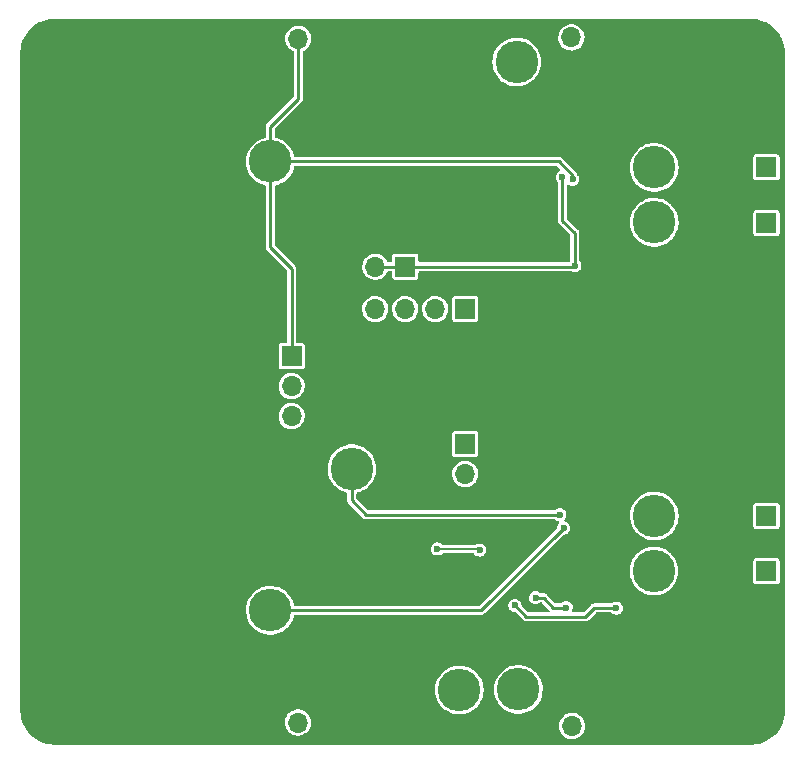
<source format=gbl>
%TF.GenerationSoftware,KiCad,Pcbnew,(6.0.0)*%
%TF.CreationDate,2022-08-30T12:58:24+02:00*%
%TF.ProjectId,OBJEX-EHDK_v1.0,4f424a45-582d-4454-9844-4b5f76312e30,1.0*%
%TF.SameCoordinates,Original*%
%TF.FileFunction,Copper,L2,Bot*%
%TF.FilePolarity,Positive*%
%FSLAX46Y46*%
G04 Gerber Fmt 4.6, Leading zero omitted, Abs format (unit mm)*
G04 Created by KiCad (PCBNEW (6.0.0)) date 2022-08-30 12:58:24*
%MOMM*%
%LPD*%
G01*
G04 APERTURE LIST*
%TA.AperFunction,ComponentPad*%
%ADD10C,3.600000*%
%TD*%
%TA.AperFunction,ComponentPad*%
%ADD11C,5.500000*%
%TD*%
%TA.AperFunction,ComponentPad*%
%ADD12R,1.700000X1.700000*%
%TD*%
%TA.AperFunction,ComponentPad*%
%ADD13O,1.700000X1.700000*%
%TD*%
%TA.AperFunction,ViaPad*%
%ADD14C,0.600000*%
%TD*%
%TA.AperFunction,Conductor*%
%ADD15C,0.250000*%
%TD*%
%TA.AperFunction,Conductor*%
%ADD16C,0.200000*%
%TD*%
G04 APERTURE END LIST*
D10*
%TO.P,J27,1,Pin_1*%
%TO.N,GND*%
X123390000Y-116760000D03*
%TD*%
D11*
%TO.P,H1,1,1*%
%TO.N,GND*%
X94200000Y-62800000D03*
%TD*%
D10*
%TO.P,J21,1,Pin_1*%
%TO.N,/ADP5091/Vout(MCU)*%
X145000000Y-102000000D03*
%TD*%
D12*
%TO.P,J19,1,Pin_1*%
%TO.N,GND*%
X125400000Y-95900000D03*
D13*
%TO.P,J19,2,Pin_2*%
X125400000Y-98440000D03*
%TD*%
D10*
%TO.P,J14,1,Pin_1*%
%TO.N,/SPV1050TTR/Vout_1V8*%
X145000000Y-77150000D03*
%TD*%
%TO.P,J22,1,Pin_1*%
%TO.N,/ADP5091/SolarPanel*%
X133500000Y-116700000D03*
%TD*%
D12*
%TO.P,J7,1,Pin_1*%
%TO.N,/SPV1050TTR/Vout_1V8*%
X154500000Y-77200000D03*
D13*
%TO.P,J7,2,Pin_2*%
%TO.N,GND*%
X154500000Y-79740000D03*
%TD*%
D12*
%TO.P,J9,1,Pin_1*%
%TO.N,/SPV1050TTR/BATT_OK*%
X129000000Y-84500000D03*
D13*
%TO.P,J9,2,Pin_2*%
%TO.N,/SPV1050TTR/BATT_CHG*%
X126460000Y-84500000D03*
%TO.P,J9,3,Pin_3*%
%TO.N,/SPV1050TTR/LDO_EN_1V8*%
X123920000Y-84500000D03*
%TO.P,J9,4,Pin_4*%
%TO.N,/SPV1050TTR/LDO_EN_3V3*%
X121380000Y-84500000D03*
%TD*%
D12*
%TO.P,J4,1,Pin_1*%
%TO.N,GND*%
X117375000Y-119500000D03*
D13*
%TO.P,J4,2,Pin_2*%
%TO.N,/ADP5091/BATT_ADP5091*%
X114835000Y-119500000D03*
%TD*%
D12*
%TO.P,J16,1,Pin_1*%
%TO.N,/ADP5091/Vout(MCU)*%
X154500000Y-102000000D03*
D13*
%TO.P,J16,2,Pin_2*%
%TO.N,GND*%
X154500000Y-99460000D03*
%TD*%
D10*
%TO.P,J25,1,Pin_1*%
%TO.N,/ADP5091/BATT_ADP5091*%
X112500000Y-110000000D03*
%TD*%
D12*
%TO.P,J26,1,Pin_1*%
%TO.N,/SPV1050TTR/STORE*%
X123925000Y-80900000D03*
D13*
%TO.P,J26,2,Pin_2*%
X121385000Y-80900000D03*
%TD*%
D10*
%TO.P,J13,1,Pin_1*%
%TO.N,/SPV1050TTR/PV_MODULE*%
X133350000Y-63575000D03*
%TD*%
D12*
%TO.P,J18,1,Pin_1*%
%TO.N,/ADP5091/REG_D1*%
X129000000Y-95925000D03*
D13*
%TO.P,J18,2,Pin_2*%
%TO.N,/ADP5091/REG_D0*%
X129000000Y-98465000D03*
%TD*%
D11*
%TO.P,H4,1,1*%
%TO.N,GND*%
X94300000Y-118400000D03*
%TD*%
D12*
%TO.P,J15,1,Pin_1*%
%TO.N,GND*%
X140575000Y-119800000D03*
D13*
%TO.P,J15,2,Pin_2*%
%TO.N,/ADP5091/SolarPanel*%
X138035000Y-119800000D03*
%TD*%
D12*
%TO.P,J6,1,Pin_1*%
%TO.N,GND*%
X140525000Y-61500000D03*
D13*
%TO.P,J6,2,Pin_2*%
%TO.N,/SPV1050TTR/PV_MODULE*%
X137985000Y-61500000D03*
%TD*%
D12*
%TO.P,J17,1,Pin_1*%
%TO.N,/ADP5091/Vout(Sens)*%
X154500000Y-106700000D03*
D13*
%TO.P,J17,2,Pin_2*%
%TO.N,GND*%
X154500000Y-109240000D03*
%TD*%
D11*
%TO.P,H2,1,1*%
%TO.N,GND*%
X153100000Y-118400000D03*
%TD*%
D10*
%TO.P,J24,1,Pin_1*%
%TO.N,/ADP5091/BACKUP-BATT_ADP5091*%
X119400000Y-98000000D03*
%TD*%
%TO.P,J20,1,Pin_1*%
%TO.N,/ADP5091/LLD*%
X128500000Y-116750000D03*
%TD*%
D12*
%TO.P,J1,1,Pin_1*%
%TO.N,GND*%
X117400000Y-61600000D03*
D13*
%TO.P,J1,2,Pin_2*%
%TO.N,/BatteryConnectors/BATT_SPV1050*%
X114860000Y-61600000D03*
%TD*%
D10*
%TO.P,J23,1,Pin_1*%
%TO.N,/ADP5091/Vout(Sens)*%
X144975000Y-106675000D03*
%TD*%
%TO.P,J11,1,Pin_1*%
%TO.N,/BatteryConnectors/BATT_SPV1050*%
X112500000Y-72000000D03*
%TD*%
D12*
%TO.P,J3,1,Pin_1*%
%TO.N,/BatteryConnectors/BATT_SPV1050*%
X114300000Y-88475000D03*
D13*
%TO.P,J3,2,Pin_2*%
%TO.N,Net-(BT1-PadP1)*%
X114300000Y-91015000D03*
%TO.P,J3,3,Pin_3*%
%TO.N,/ADP5091/BACKUP-BATT_ADP5091*%
X114300000Y-93555000D03*
%TD*%
D12*
%TO.P,J10,1,Pin_1*%
%TO.N,GND*%
X121400000Y-88100000D03*
D13*
%TO.P,J10,2,Pin_2*%
X123940000Y-88100000D03*
%TD*%
D10*
%TO.P,J12,1,Pin_1*%
%TO.N,/SPV1050TTR/Vout_3V3*%
X145000000Y-72500000D03*
%TD*%
D11*
%TO.P,H3,1,1*%
%TO.N,GND*%
X153100000Y-62900000D03*
%TD*%
D12*
%TO.P,J8,1,Pin_1*%
%TO.N,/SPV1050TTR/Vout_3V3*%
X154500000Y-72500000D03*
D13*
%TO.P,J8,2,Pin_2*%
%TO.N,GND*%
X154500000Y-69960000D03*
%TD*%
D14*
%TO.N,/SPV1050TTR/STORE*%
X138275000Y-80825000D03*
X137225000Y-73325000D03*
%TO.N,/ADP5091/SolarPanel*%
X134950000Y-108925000D03*
X137537500Y-109762500D03*
%TO.N,/BatteryConnectors/BATT_SPV1050*%
X138100000Y-73525000D03*
%TO.N,/ADP5091/BACKUP-BATT_ADP5091*%
X137000000Y-101900000D03*
%TO.N,/ADP5091/BATT_ADP5091*%
X137325000Y-103025000D03*
%TO.N,Net-(R14-Pad2)*%
X133200000Y-109575000D03*
X141800000Y-109800000D03*
%TO.N,Net-(R16-Pad2)*%
X126625000Y-104800000D03*
X130225000Y-104900000D03*
%TD*%
D15*
%TO.N,/SPV1050TTR/STORE*%
X123925000Y-80900000D02*
X138200000Y-80900000D01*
X121385000Y-80900000D02*
X123925000Y-80900000D01*
X138275000Y-78050000D02*
X138275000Y-80825000D01*
X137225000Y-77000000D02*
X138275000Y-78050000D01*
X137225000Y-73325000D02*
X137225000Y-77000000D01*
X138200000Y-80900000D02*
X138275000Y-80825000D01*
%TO.N,/ADP5091/SolarPanel*%
X135625000Y-108925000D02*
X136462500Y-109762500D01*
X134950000Y-108925000D02*
X135625000Y-108925000D01*
X136462500Y-109762500D02*
X137537500Y-109762500D01*
%TO.N,/BatteryConnectors/BATT_SPV1050*%
X136900000Y-72000000D02*
X112500000Y-72000000D01*
X112500000Y-72000000D02*
X112500000Y-69050000D01*
X138100000Y-73200000D02*
X136900000Y-72000000D01*
X138100000Y-73525000D02*
X138100000Y-73200000D01*
X114300000Y-88475000D02*
X114300000Y-81075000D01*
X112500000Y-69050000D02*
X114860000Y-66690000D01*
X114860000Y-66690000D02*
X114860000Y-61600000D01*
X114300000Y-81075000D02*
X112500000Y-79275000D01*
X112500000Y-79275000D02*
X112500000Y-72000000D01*
%TO.N,/ADP5091/BACKUP-BATT_ADP5091*%
X120600000Y-101900000D02*
X119400000Y-100700000D01*
X137000000Y-101900000D02*
X120600000Y-101900000D01*
X119400000Y-100700000D02*
X119400000Y-98000000D01*
%TO.N,/ADP5091/BATT_ADP5091*%
X130350000Y-110000000D02*
X112500000Y-110000000D01*
X137325000Y-103025000D02*
X130350000Y-110000000D01*
%TO.N,Net-(R14-Pad2)*%
X133200000Y-109575000D02*
X134175000Y-110550000D01*
X134175000Y-110550000D02*
X139175000Y-110550000D01*
X139925000Y-109800000D02*
X141800000Y-109800000D01*
X139175000Y-110550000D02*
X139925000Y-109800000D01*
D16*
%TO.N,Net-(R16-Pad2)*%
X130125000Y-104800000D02*
X130225000Y-104900000D01*
X126625000Y-104800000D02*
X130125000Y-104800000D01*
%TD*%
%TA.AperFunction,Conductor*%
%TO.N,GND*%
G36*
X153182072Y-59930914D02*
G01*
X153200000Y-59934075D01*
X153210855Y-59932161D01*
X153217566Y-59932161D01*
X153236398Y-59931044D01*
X153514389Y-59946655D01*
X153528421Y-59948236D01*
X153680154Y-59974017D01*
X153831882Y-59999797D01*
X153845657Y-60002941D01*
X154141433Y-60088153D01*
X154154770Y-60092820D01*
X154328994Y-60164985D01*
X154439147Y-60210612D01*
X154451870Y-60216739D01*
X154721276Y-60365635D01*
X154733224Y-60373142D01*
X154984275Y-60551272D01*
X154995310Y-60560072D01*
X155197759Y-60740991D01*
X155224828Y-60765181D01*
X155234818Y-60775171D01*
X155439928Y-61004690D01*
X155448726Y-61015722D01*
X155626858Y-61266776D01*
X155634365Y-61278724D01*
X155768728Y-61521834D01*
X155783259Y-61548126D01*
X155789388Y-61560853D01*
X155831171Y-61661727D01*
X155907180Y-61845230D01*
X155911847Y-61858567D01*
X155997059Y-62154343D01*
X156000203Y-62168118D01*
X156011179Y-62232718D01*
X156050688Y-62465245D01*
X156051763Y-62471574D01*
X156053345Y-62485611D01*
X156066135Y-62713359D01*
X156068956Y-62763600D01*
X156067839Y-62782434D01*
X156067839Y-62789145D01*
X156065925Y-62800000D01*
X156067839Y-62810854D01*
X156069086Y-62817926D01*
X156071000Y-62839806D01*
X156071000Y-118460194D01*
X156069086Y-118482072D01*
X156065925Y-118500000D01*
X156067839Y-118510855D01*
X156067839Y-118517566D01*
X156068956Y-118536398D01*
X156053345Y-118814385D01*
X156051763Y-118828426D01*
X156000203Y-119131882D01*
X155997059Y-119145657D01*
X155911847Y-119441433D01*
X155907180Y-119454770D01*
X155859708Y-119569378D01*
X155818960Y-119667755D01*
X155789390Y-119739143D01*
X155783261Y-119751870D01*
X155634365Y-120021276D01*
X155626858Y-120033224D01*
X155451823Y-120279913D01*
X155448728Y-120284275D01*
X155439928Y-120295310D01*
X155279516Y-120474812D01*
X155234819Y-120524828D01*
X155224829Y-120534818D01*
X154995310Y-120739928D01*
X154984278Y-120748726D01*
X154733224Y-120926858D01*
X154721276Y-120934365D01*
X154451870Y-121083261D01*
X154439147Y-121089388D01*
X154328994Y-121135015D01*
X154154770Y-121207180D01*
X154141433Y-121211847D01*
X153845657Y-121297059D01*
X153831882Y-121300203D01*
X153680154Y-121325983D01*
X153528421Y-121351764D01*
X153514389Y-121353345D01*
X153236398Y-121368956D01*
X153217566Y-121367839D01*
X153210855Y-121367839D01*
X153200000Y-121365925D01*
X153182072Y-121369086D01*
X153160194Y-121371000D01*
X94239806Y-121371000D01*
X94217928Y-121369086D01*
X94200000Y-121365925D01*
X94189145Y-121367839D01*
X94182434Y-121367839D01*
X94163602Y-121368956D01*
X93885611Y-121353345D01*
X93871579Y-121351764D01*
X93719846Y-121325983D01*
X93568118Y-121300203D01*
X93554343Y-121297059D01*
X93258567Y-121211847D01*
X93245230Y-121207180D01*
X93071006Y-121135015D01*
X92960853Y-121089388D01*
X92948130Y-121083261D01*
X92678724Y-120934365D01*
X92666776Y-120926858D01*
X92415722Y-120748726D01*
X92404690Y-120739928D01*
X92175171Y-120534818D01*
X92165181Y-120524828D01*
X92120484Y-120474812D01*
X91960072Y-120295310D01*
X91951272Y-120284275D01*
X91948177Y-120279913D01*
X91773142Y-120033224D01*
X91765635Y-120021276D01*
X91616739Y-119751870D01*
X91610610Y-119739143D01*
X91581041Y-119667755D01*
X91540292Y-119569378D01*
X91499528Y-119470964D01*
X113726148Y-119470964D01*
X113739424Y-119673522D01*
X113740845Y-119679118D01*
X113740846Y-119679123D01*
X113786289Y-119858053D01*
X113789392Y-119870269D01*
X113791809Y-119875512D01*
X113829010Y-119956208D01*
X113874377Y-120054616D01*
X113991533Y-120220389D01*
X113995675Y-120224424D01*
X114023126Y-120251165D01*
X114136938Y-120362035D01*
X114305720Y-120474812D01*
X114311023Y-120477090D01*
X114311026Y-120477092D01*
X114434416Y-120530104D01*
X114492228Y-120554942D01*
X114565244Y-120571464D01*
X114684579Y-120598467D01*
X114684584Y-120598468D01*
X114690216Y-120599742D01*
X114695987Y-120599969D01*
X114695989Y-120599969D01*
X114755756Y-120602317D01*
X114893053Y-120607712D01*
X114993499Y-120593148D01*
X115088231Y-120579413D01*
X115088236Y-120579412D01*
X115093945Y-120578584D01*
X115099409Y-120576729D01*
X115099414Y-120576728D01*
X115280693Y-120515192D01*
X115280698Y-120515190D01*
X115286165Y-120513334D01*
X115463276Y-120414147D01*
X115525934Y-120362035D01*
X115614913Y-120288031D01*
X115619345Y-120284345D01*
X115749147Y-120128276D01*
X115832677Y-119979123D01*
X115845510Y-119956208D01*
X115845511Y-119956206D01*
X115848334Y-119951165D01*
X115850190Y-119945698D01*
X115850192Y-119945693D01*
X115909505Y-119770964D01*
X136926148Y-119770964D01*
X136939424Y-119973522D01*
X136940845Y-119979118D01*
X136940846Y-119979123D01*
X136961119Y-120058945D01*
X136989392Y-120170269D01*
X136991809Y-120175512D01*
X137029010Y-120256208D01*
X137074377Y-120354616D01*
X137077710Y-120359332D01*
X137159323Y-120474812D01*
X137191533Y-120520389D01*
X137336938Y-120662035D01*
X137505720Y-120774812D01*
X137511023Y-120777090D01*
X137511026Y-120777092D01*
X137599707Y-120815192D01*
X137692228Y-120854942D01*
X137765244Y-120871464D01*
X137884579Y-120898467D01*
X137884584Y-120898468D01*
X137890216Y-120899742D01*
X137895987Y-120899969D01*
X137895989Y-120899969D01*
X137955756Y-120902317D01*
X138093053Y-120907712D01*
X138193499Y-120893148D01*
X138288231Y-120879413D01*
X138288236Y-120879412D01*
X138293945Y-120878584D01*
X138299409Y-120876729D01*
X138299414Y-120876728D01*
X138480693Y-120815192D01*
X138480698Y-120815190D01*
X138486165Y-120813334D01*
X138663276Y-120714147D01*
X138725934Y-120662035D01*
X138814913Y-120588031D01*
X138819345Y-120584345D01*
X138949147Y-120428276D01*
X139023605Y-120295322D01*
X139045510Y-120256208D01*
X139045511Y-120256206D01*
X139048334Y-120251165D01*
X139050190Y-120245698D01*
X139050192Y-120245693D01*
X139111728Y-120064414D01*
X139111729Y-120064409D01*
X139113584Y-120058945D01*
X139114412Y-120053236D01*
X139114413Y-120053231D01*
X139131991Y-119931996D01*
X139142712Y-119858053D01*
X139144232Y-119800000D01*
X139132610Y-119673522D01*
X139126187Y-119603613D01*
X139126186Y-119603610D01*
X139125658Y-119597859D01*
X139124090Y-119592299D01*
X139072125Y-119408046D01*
X139072124Y-119408044D01*
X139070557Y-119402487D01*
X139059978Y-119381033D01*
X138983331Y-119225609D01*
X138980776Y-119220428D01*
X138859320Y-119057779D01*
X138710258Y-118919987D01*
X138705375Y-118916906D01*
X138705371Y-118916903D01*
X138543464Y-118814748D01*
X138538581Y-118811667D01*
X138350039Y-118736446D01*
X138344379Y-118735320D01*
X138344375Y-118735319D01*
X138156613Y-118697971D01*
X138156610Y-118697971D01*
X138150946Y-118696844D01*
X138145171Y-118696768D01*
X138145167Y-118696768D01*
X138043793Y-118695441D01*
X137947971Y-118694187D01*
X137942274Y-118695166D01*
X137942273Y-118695166D01*
X137753607Y-118727585D01*
X137747910Y-118728564D01*
X137557463Y-118798824D01*
X137383010Y-118902612D01*
X137378670Y-118906418D01*
X137378666Y-118906421D01*
X137234733Y-119032648D01*
X137230392Y-119036455D01*
X137104720Y-119195869D01*
X137102031Y-119200980D01*
X137102029Y-119200983D01*
X137089073Y-119225609D01*
X137010203Y-119375515D01*
X136970399Y-119503704D01*
X136953524Y-119558053D01*
X136950007Y-119569378D01*
X136926148Y-119770964D01*
X115909505Y-119770964D01*
X115911728Y-119764414D01*
X115911729Y-119764409D01*
X115913584Y-119758945D01*
X115914412Y-119753236D01*
X115914413Y-119753231D01*
X115936940Y-119597859D01*
X115942712Y-119558053D01*
X115944232Y-119500000D01*
X115925658Y-119297859D01*
X115924090Y-119292299D01*
X115872125Y-119108046D01*
X115872124Y-119108044D01*
X115870557Y-119102487D01*
X115859978Y-119081033D01*
X115783331Y-118925609D01*
X115780776Y-118920428D01*
X115770317Y-118906421D01*
X115670555Y-118772825D01*
X115659320Y-118757779D01*
X115521248Y-118630146D01*
X115514503Y-118623911D01*
X115510258Y-118619987D01*
X115505375Y-118616906D01*
X115505371Y-118616903D01*
X115343464Y-118514748D01*
X115338581Y-118511667D01*
X115150039Y-118436446D01*
X115144379Y-118435320D01*
X115144375Y-118435319D01*
X114956613Y-118397971D01*
X114956610Y-118397971D01*
X114950946Y-118396844D01*
X114945171Y-118396768D01*
X114945167Y-118396768D01*
X114843793Y-118395441D01*
X114747971Y-118394187D01*
X114742274Y-118395166D01*
X114742273Y-118395166D01*
X114620969Y-118416010D01*
X114547910Y-118428564D01*
X114357463Y-118498824D01*
X114183010Y-118602612D01*
X114178670Y-118606418D01*
X114178666Y-118606421D01*
X114068737Y-118702827D01*
X114030392Y-118736455D01*
X113904720Y-118895869D01*
X113902031Y-118900980D01*
X113902029Y-118900983D01*
X113889966Y-118923911D01*
X113810203Y-119075515D01*
X113750007Y-119269378D01*
X113726148Y-119470964D01*
X91499528Y-119470964D01*
X91492820Y-119454770D01*
X91488153Y-119441433D01*
X91402941Y-119145657D01*
X91399797Y-119131882D01*
X91348237Y-118828426D01*
X91346655Y-118814385D01*
X91331044Y-118536398D01*
X91332161Y-118517566D01*
X91332161Y-118510855D01*
X91334075Y-118500000D01*
X91330914Y-118482072D01*
X91329000Y-118460194D01*
X91329000Y-116728435D01*
X126440812Y-116728435D01*
X126456937Y-117008099D01*
X126457762Y-117012306D01*
X126457763Y-117012311D01*
X126470322Y-117076324D01*
X126510868Y-117282986D01*
X126512255Y-117287037D01*
X126583099Y-117493955D01*
X126601606Y-117548011D01*
X126629378Y-117603229D01*
X126702326Y-117748269D01*
X126727473Y-117798269D01*
X126886139Y-118029130D01*
X126889020Y-118032296D01*
X127066441Y-118227279D01*
X127074669Y-118236322D01*
X127289573Y-118416010D01*
X127293199Y-118418285D01*
X127293201Y-118418286D01*
X127348661Y-118453076D01*
X127526876Y-118564869D01*
X127530778Y-118566631D01*
X127530782Y-118566633D01*
X127778273Y-118678380D01*
X127778277Y-118678382D01*
X127782185Y-118680146D01*
X127786305Y-118681366D01*
X127786304Y-118681366D01*
X128046664Y-118758488D01*
X128046668Y-118758489D01*
X128050777Y-118759706D01*
X128055014Y-118760354D01*
X128055017Y-118760355D01*
X128139874Y-118773340D01*
X128327682Y-118802079D01*
X128470295Y-118804319D01*
X128603484Y-118806412D01*
X128603490Y-118806412D01*
X128607775Y-118806479D01*
X128885875Y-118772825D01*
X129126469Y-118709706D01*
X129152690Y-118702827D01*
X129152691Y-118702827D01*
X129156833Y-118701740D01*
X129415638Y-118594540D01*
X129463396Y-118566633D01*
X129653801Y-118455369D01*
X129653802Y-118455369D01*
X129657499Y-118453208D01*
X129729480Y-118396768D01*
X129874569Y-118283003D01*
X129877941Y-118280359D01*
X130072886Y-118079192D01*
X130075419Y-118075744D01*
X130075423Y-118075739D01*
X130236187Y-117856884D01*
X130238725Y-117853429D01*
X130267919Y-117799661D01*
X130370341Y-117611023D01*
X130370342Y-117611021D01*
X130372391Y-117607247D01*
X130471409Y-117345203D01*
X130533948Y-117072146D01*
X130558849Y-116793127D01*
X130559301Y-116750000D01*
X130559001Y-116745595D01*
X130554423Y-116678435D01*
X131440812Y-116678435D01*
X131456937Y-116958099D01*
X131457762Y-116962306D01*
X131457763Y-116962311D01*
X131470322Y-117026324D01*
X131510868Y-117232986D01*
X131601606Y-117498011D01*
X131727473Y-117748269D01*
X131886139Y-117979130D01*
X132074669Y-118186322D01*
X132289573Y-118366010D01*
X132293199Y-118368285D01*
X132293201Y-118368286D01*
X132348661Y-118403076D01*
X132526876Y-118514869D01*
X132530778Y-118516631D01*
X132530782Y-118516633D01*
X132778273Y-118628380D01*
X132778277Y-118628382D01*
X132782185Y-118630146D01*
X132786305Y-118631366D01*
X132786304Y-118631366D01*
X133046664Y-118708488D01*
X133046668Y-118708489D01*
X133050777Y-118709706D01*
X133055014Y-118710354D01*
X133055017Y-118710355D01*
X133288518Y-118746086D01*
X133327682Y-118752079D01*
X133470296Y-118754319D01*
X133603484Y-118756412D01*
X133603490Y-118756412D01*
X133607775Y-118756479D01*
X133885875Y-118722825D01*
X134156833Y-118651740D01*
X134415638Y-118544540D01*
X134454504Y-118521829D01*
X134653801Y-118405369D01*
X134653802Y-118405369D01*
X134657499Y-118403208D01*
X134877941Y-118230359D01*
X135072886Y-118029192D01*
X135075419Y-118025744D01*
X135075423Y-118025739D01*
X135236187Y-117806884D01*
X135238725Y-117803429D01*
X135266755Y-117751804D01*
X135370341Y-117561023D01*
X135370342Y-117561021D01*
X135372391Y-117557247D01*
X135471409Y-117295203D01*
X135533948Y-117022146D01*
X135558849Y-116743127D01*
X135559301Y-116700000D01*
X135557540Y-116674164D01*
X135540540Y-116424798D01*
X135540539Y-116424792D01*
X135540248Y-116420521D01*
X135483442Y-116146213D01*
X135389933Y-115882153D01*
X135261452Y-115633226D01*
X135248530Y-115614839D01*
X135102844Y-115407550D01*
X135102843Y-115407549D01*
X135100377Y-115404040D01*
X134961449Y-115254534D01*
X134912606Y-115201973D01*
X134912605Y-115201972D01*
X134909689Y-115198834D01*
X134895550Y-115187261D01*
X134757321Y-115074123D01*
X134692914Y-115021407D01*
X134454066Y-114875040D01*
X134197563Y-114762443D01*
X134178210Y-114756930D01*
X134103680Y-114735700D01*
X133928153Y-114685700D01*
X133923911Y-114685096D01*
X133923905Y-114685095D01*
X133718548Y-114655868D01*
X133650819Y-114646229D01*
X133503708Y-114645459D01*
X133374981Y-114644785D01*
X133374975Y-114644785D01*
X133370695Y-114644763D01*
X133366451Y-114645322D01*
X133366447Y-114645322D01*
X133244326Y-114661400D01*
X133092964Y-114681327D01*
X133088824Y-114682460D01*
X133088822Y-114682460D01*
X132889907Y-114736877D01*
X132822765Y-114755245D01*
X132565097Y-114865149D01*
X132481554Y-114915149D01*
X132328411Y-115006803D01*
X132328407Y-115006806D01*
X132324729Y-115009007D01*
X132321386Y-115011685D01*
X132321382Y-115011688D01*
X132312046Y-115019168D01*
X132106109Y-115184155D01*
X132103165Y-115187257D01*
X132103161Y-115187261D01*
X131916231Y-115384243D01*
X131913281Y-115387352D01*
X131749815Y-115614839D01*
X131618735Y-115862407D01*
X131617263Y-115866430D01*
X131617261Y-115866434D01*
X131523941Y-116121442D01*
X131522466Y-116125473D01*
X131462790Y-116399171D01*
X131440812Y-116678435D01*
X130554423Y-116678435D01*
X130540540Y-116474798D01*
X130540539Y-116474792D01*
X130540248Y-116470521D01*
X130529025Y-116416324D01*
X130484311Y-116200410D01*
X130483442Y-116196213D01*
X130389933Y-115932153D01*
X130261452Y-115683226D01*
X130248530Y-115664839D01*
X130102844Y-115457550D01*
X130102843Y-115457549D01*
X130100377Y-115454040D01*
X129909689Y-115248834D01*
X129895550Y-115237261D01*
X129696232Y-115074123D01*
X129692914Y-115071407D01*
X129454066Y-114925040D01*
X129197563Y-114812443D01*
X129178210Y-114806930D01*
X129147881Y-114798291D01*
X128928153Y-114735700D01*
X128923911Y-114735096D01*
X128923905Y-114735095D01*
X128718548Y-114705868D01*
X128650819Y-114696229D01*
X128503708Y-114695459D01*
X128374981Y-114694785D01*
X128374975Y-114694785D01*
X128370695Y-114694763D01*
X128366451Y-114695322D01*
X128366447Y-114695322D01*
X128244326Y-114711400D01*
X128092964Y-114731327D01*
X128088824Y-114732460D01*
X128088822Y-114732460D01*
X127826910Y-114804111D01*
X127822765Y-114805245D01*
X127565097Y-114915149D01*
X127419747Y-115002140D01*
X127328411Y-115056803D01*
X127328407Y-115056806D01*
X127324729Y-115059007D01*
X127321386Y-115061685D01*
X127321382Y-115061688D01*
X127312046Y-115069168D01*
X127106109Y-115234155D01*
X127103165Y-115237257D01*
X127103161Y-115237261D01*
X126944893Y-115404040D01*
X126913281Y-115437352D01*
X126749815Y-115664839D01*
X126747811Y-115668624D01*
X126645209Y-115862407D01*
X126618735Y-115912407D01*
X126617263Y-115916430D01*
X126617261Y-115916434D01*
X126540763Y-116125473D01*
X126522466Y-116175473D01*
X126462790Y-116449171D01*
X126440812Y-116728435D01*
X91329000Y-116728435D01*
X91329000Y-109978435D01*
X110440812Y-109978435D01*
X110456937Y-110258099D01*
X110457762Y-110262306D01*
X110457763Y-110262311D01*
X110481701Y-110384320D01*
X110510868Y-110532986D01*
X110512255Y-110537037D01*
X110598761Y-110789700D01*
X110601606Y-110798011D01*
X110727473Y-111048269D01*
X110886139Y-111279130D01*
X111074669Y-111486322D01*
X111289573Y-111666010D01*
X111293199Y-111668285D01*
X111293201Y-111668286D01*
X111348661Y-111703076D01*
X111526876Y-111814869D01*
X111530778Y-111816631D01*
X111530782Y-111816633D01*
X111778273Y-111928380D01*
X111778277Y-111928382D01*
X111782185Y-111930146D01*
X111786305Y-111931366D01*
X111786304Y-111931366D01*
X112046664Y-112008488D01*
X112046668Y-112008489D01*
X112050777Y-112009706D01*
X112055014Y-112010354D01*
X112055017Y-112010355D01*
X112139874Y-112023340D01*
X112327682Y-112052079D01*
X112470296Y-112054319D01*
X112603484Y-112056412D01*
X112603490Y-112056412D01*
X112607775Y-112056479D01*
X112885875Y-112022825D01*
X113156833Y-111951740D01*
X113415638Y-111844540D01*
X113463396Y-111816633D01*
X113653801Y-111705369D01*
X113653802Y-111705369D01*
X113657499Y-111703208D01*
X113877941Y-111530359D01*
X114072886Y-111329192D01*
X114075419Y-111325744D01*
X114075423Y-111325739D01*
X114236187Y-111106884D01*
X114238725Y-111103429D01*
X114266755Y-111051804D01*
X114370341Y-110861023D01*
X114370342Y-110861021D01*
X114372391Y-110857247D01*
X114471409Y-110595203D01*
X114498397Y-110477370D01*
X114533103Y-110415434D01*
X114595784Y-110382094D01*
X114621217Y-110379500D01*
X130296080Y-110379500D01*
X130320028Y-110382049D01*
X130321693Y-110382128D01*
X130331876Y-110384320D01*
X130342217Y-110383096D01*
X130365223Y-110380373D01*
X130371154Y-110380023D01*
X130371146Y-110379928D01*
X130376324Y-110379500D01*
X130381524Y-110379500D01*
X130386653Y-110378646D01*
X130386656Y-110378646D01*
X130400565Y-110376331D01*
X130406443Y-110375494D01*
X130447001Y-110370694D01*
X130447002Y-110370694D01*
X130457341Y-110369470D01*
X130465593Y-110365507D01*
X130474626Y-110364004D01*
X130483795Y-110359057D01*
X130483797Y-110359056D01*
X130516693Y-110341306D01*
X130519734Y-110339665D01*
X130525025Y-110336969D01*
X130564082Y-110318215D01*
X130564086Y-110318212D01*
X130571232Y-110314781D01*
X130575508Y-110311186D01*
X130577431Y-110309263D01*
X130579363Y-110307491D01*
X130579442Y-110307448D01*
X130579555Y-110307572D01*
X130580095Y-110307096D01*
X130585814Y-110304010D01*
X130622417Y-110264413D01*
X130625846Y-110260848D01*
X131311694Y-109575000D01*
X132640715Y-109575000D01*
X132641793Y-109583188D01*
X132646343Y-109617746D01*
X132659772Y-109719754D01*
X132715645Y-109854642D01*
X132804526Y-109970474D01*
X132811076Y-109975500D01*
X132811079Y-109975503D01*
X132913804Y-110054327D01*
X132920357Y-110059355D01*
X133055246Y-110115228D01*
X133183612Y-110132128D01*
X133248538Y-110160849D01*
X133256260Y-110167954D01*
X133868522Y-110780216D01*
X133883664Y-110798964D01*
X133884779Y-110800189D01*
X133890429Y-110808940D01*
X133898607Y-110815387D01*
X133898609Y-110815389D01*
X133916800Y-110829729D01*
X133921244Y-110833678D01*
X133921306Y-110833604D01*
X133925263Y-110836957D01*
X133928944Y-110840638D01*
X133944654Y-110851865D01*
X133949380Y-110855413D01*
X133989647Y-110887156D01*
X133998284Y-110890189D01*
X134005734Y-110895513D01*
X134015710Y-110898497D01*
X134015711Y-110898497D01*
X134031046Y-110903083D01*
X134054849Y-110910202D01*
X134060486Y-110912034D01*
X134101199Y-110926331D01*
X134108851Y-110929018D01*
X134114416Y-110929500D01*
X134117124Y-110929500D01*
X134119758Y-110929614D01*
X134119856Y-110929643D01*
X134119849Y-110929807D01*
X134120553Y-110929851D01*
X134126778Y-110931713D01*
X134180635Y-110929597D01*
X134185582Y-110929500D01*
X139121080Y-110929500D01*
X139145028Y-110932049D01*
X139146693Y-110932128D01*
X139156876Y-110934320D01*
X139167217Y-110933096D01*
X139190223Y-110930373D01*
X139196154Y-110930023D01*
X139196146Y-110929928D01*
X139201324Y-110929500D01*
X139206524Y-110929500D01*
X139211653Y-110928646D01*
X139211656Y-110928646D01*
X139225565Y-110926331D01*
X139231443Y-110925494D01*
X139272001Y-110920694D01*
X139272002Y-110920694D01*
X139282341Y-110919470D01*
X139290593Y-110915507D01*
X139299626Y-110914004D01*
X139308795Y-110909057D01*
X139308797Y-110909056D01*
X139344732Y-110889666D01*
X139350025Y-110886969D01*
X139389082Y-110868215D01*
X139389086Y-110868212D01*
X139396232Y-110864781D01*
X139400508Y-110861186D01*
X139402431Y-110859263D01*
X139404363Y-110857491D01*
X139404442Y-110857448D01*
X139404555Y-110857572D01*
X139405095Y-110857096D01*
X139410814Y-110854010D01*
X139447417Y-110814413D01*
X139450846Y-110810848D01*
X140045289Y-110216405D01*
X140107601Y-110182379D01*
X140134384Y-110179500D01*
X141340938Y-110179500D01*
X141409059Y-110199502D01*
X141417626Y-110205526D01*
X141520357Y-110284355D01*
X141655246Y-110340228D01*
X141800000Y-110359285D01*
X141808188Y-110358207D01*
X141936566Y-110341306D01*
X141944754Y-110340228D01*
X142079643Y-110284355D01*
X142086196Y-110279327D01*
X142188921Y-110200503D01*
X142188924Y-110200500D01*
X142195474Y-110195474D01*
X142284355Y-110079642D01*
X142291450Y-110062515D01*
X142337069Y-109952380D01*
X142340228Y-109944754D01*
X142359285Y-109800000D01*
X142340228Y-109655246D01*
X142284355Y-109520358D01*
X142219255Y-109435518D01*
X142200501Y-109411077D01*
X142200500Y-109411076D01*
X142195474Y-109404526D01*
X142188924Y-109399500D01*
X142188921Y-109399497D01*
X142086196Y-109320673D01*
X142086194Y-109320672D01*
X142079643Y-109315645D01*
X141944754Y-109259772D01*
X141800000Y-109240715D01*
X141791812Y-109241793D01*
X141663432Y-109258694D01*
X141663430Y-109258695D01*
X141655246Y-109259772D01*
X141618519Y-109274985D01*
X141527986Y-109312485D01*
X141527984Y-109312486D01*
X141520358Y-109315645D01*
X141507511Y-109325503D01*
X141417640Y-109394463D01*
X141351419Y-109420063D01*
X141340936Y-109420500D01*
X139978920Y-109420500D01*
X139954972Y-109417951D01*
X139953307Y-109417872D01*
X139943124Y-109415680D01*
X139932783Y-109416904D01*
X139909777Y-109419627D01*
X139903846Y-109419977D01*
X139903854Y-109420072D01*
X139898676Y-109420500D01*
X139893476Y-109420500D01*
X139888347Y-109421354D01*
X139888344Y-109421354D01*
X139874435Y-109423669D01*
X139868557Y-109424506D01*
X139827999Y-109429306D01*
X139827998Y-109429306D01*
X139817659Y-109430530D01*
X139809407Y-109434493D01*
X139800374Y-109435996D01*
X139755227Y-109460356D01*
X139749963Y-109463037D01*
X139703768Y-109485220D01*
X139699492Y-109488814D01*
X139697552Y-109490754D01*
X139695641Y-109492507D01*
X139695551Y-109492556D01*
X139695439Y-109492433D01*
X139694904Y-109492905D01*
X139689186Y-109495990D01*
X139682119Y-109503635D01*
X139652584Y-109535586D01*
X139649154Y-109539152D01*
X139054711Y-110133595D01*
X138992399Y-110167621D01*
X138965616Y-110170500D01*
X138157260Y-110170500D01*
X138089139Y-110150498D01*
X138042646Y-110096842D01*
X138032542Y-110026568D01*
X138040852Y-109996281D01*
X138074567Y-109914887D01*
X138074568Y-109914882D01*
X138077728Y-109907254D01*
X138084655Y-109854642D01*
X138095707Y-109770688D01*
X138096785Y-109762500D01*
X138092161Y-109727380D01*
X138078806Y-109625932D01*
X138078805Y-109625930D01*
X138077728Y-109617746D01*
X138030461Y-109503635D01*
X138025015Y-109490486D01*
X138025014Y-109490484D01*
X138021855Y-109482858D01*
X137932974Y-109367026D01*
X137926424Y-109362000D01*
X137926421Y-109361997D01*
X137823696Y-109283173D01*
X137823694Y-109283172D01*
X137817143Y-109278145D01*
X137682254Y-109222272D01*
X137537500Y-109203215D01*
X137529312Y-109204293D01*
X137400932Y-109221194D01*
X137400930Y-109221195D01*
X137392746Y-109222272D01*
X137348221Y-109240715D01*
X137265486Y-109274985D01*
X137265484Y-109274986D01*
X137257858Y-109278145D01*
X137222942Y-109304937D01*
X137155140Y-109356963D01*
X137088919Y-109382563D01*
X137078436Y-109383000D01*
X136671884Y-109383000D01*
X136603763Y-109362998D01*
X136582789Y-109346095D01*
X135931478Y-108694784D01*
X135916336Y-108676036D01*
X135915221Y-108674811D01*
X135909571Y-108666060D01*
X135901393Y-108659613D01*
X135901391Y-108659611D01*
X135883200Y-108645271D01*
X135878759Y-108641325D01*
X135878697Y-108641398D01*
X135874733Y-108638039D01*
X135871056Y-108634362D01*
X135855308Y-108623108D01*
X135850638Y-108619602D01*
X135810353Y-108587844D01*
X135801719Y-108584812D01*
X135794266Y-108579486D01*
X135745150Y-108564797D01*
X135739508Y-108562964D01*
X135698633Y-108548610D01*
X135698632Y-108548610D01*
X135691149Y-108545982D01*
X135685584Y-108545500D01*
X135682876Y-108545500D01*
X135680242Y-108545386D01*
X135680144Y-108545357D01*
X135680151Y-108545193D01*
X135679447Y-108545149D01*
X135673222Y-108543287D01*
X135619365Y-108545403D01*
X135614418Y-108545500D01*
X135409062Y-108545500D01*
X135340941Y-108525498D01*
X135332374Y-108519474D01*
X135229643Y-108440645D01*
X135094754Y-108384772D01*
X135061310Y-108380369D01*
X134958188Y-108366793D01*
X134950000Y-108365715D01*
X134941812Y-108366793D01*
X134813432Y-108383694D01*
X134813430Y-108383695D01*
X134805246Y-108384772D01*
X134757430Y-108404578D01*
X134677986Y-108437485D01*
X134677984Y-108437486D01*
X134670358Y-108440645D01*
X134554526Y-108529526D01*
X134465645Y-108645358D01*
X134462486Y-108652984D01*
X134462485Y-108652986D01*
X134448250Y-108687352D01*
X134409772Y-108780246D01*
X134390715Y-108925000D01*
X134391793Y-108933188D01*
X134405583Y-109037932D01*
X134409772Y-109069754D01*
X134420508Y-109095672D01*
X134458004Y-109186194D01*
X134465645Y-109204642D01*
X134554526Y-109320474D01*
X134561076Y-109325500D01*
X134561079Y-109325503D01*
X134663804Y-109404327D01*
X134670357Y-109409355D01*
X134805246Y-109465228D01*
X134950000Y-109484285D01*
X134958188Y-109483207D01*
X135086566Y-109466306D01*
X135094754Y-109465228D01*
X135229643Y-109409355D01*
X135332360Y-109330537D01*
X135398578Y-109304937D01*
X135409062Y-109304500D01*
X135415616Y-109304500D01*
X135483737Y-109324502D01*
X135504711Y-109341405D01*
X136118711Y-109955405D01*
X136152737Y-110017717D01*
X136147672Y-110088532D01*
X136105125Y-110145368D01*
X136038605Y-110170179D01*
X136029616Y-110170500D01*
X134384384Y-110170500D01*
X134316263Y-110150498D01*
X134295289Y-110133595D01*
X133792954Y-109631260D01*
X133758928Y-109568948D01*
X133757127Y-109558611D01*
X133754566Y-109539152D01*
X133744975Y-109466306D01*
X133741306Y-109438432D01*
X133741305Y-109438430D01*
X133740228Y-109430246D01*
X133705371Y-109346095D01*
X133687515Y-109302986D01*
X133687514Y-109302984D01*
X133684355Y-109295358D01*
X133614746Y-109204642D01*
X133600501Y-109186077D01*
X133600500Y-109186076D01*
X133595474Y-109179526D01*
X133588924Y-109174500D01*
X133588921Y-109174497D01*
X133486196Y-109095673D01*
X133486194Y-109095672D01*
X133479643Y-109090645D01*
X133344754Y-109034772D01*
X133200000Y-109015715D01*
X133191812Y-109016793D01*
X133063432Y-109033694D01*
X133063430Y-109033695D01*
X133055246Y-109034772D01*
X133007430Y-109054578D01*
X132927986Y-109087485D01*
X132927984Y-109087486D01*
X132920358Y-109090645D01*
X132804526Y-109179526D01*
X132715645Y-109295358D01*
X132712486Y-109302984D01*
X132712485Y-109302986D01*
X132694629Y-109346095D01*
X132659772Y-109430246D01*
X132658695Y-109438430D01*
X132658694Y-109438432D01*
X132651585Y-109492433D01*
X132640715Y-109575000D01*
X131311694Y-109575000D01*
X134233259Y-106653435D01*
X142915812Y-106653435D01*
X142931937Y-106933099D01*
X142932762Y-106937306D01*
X142932763Y-106937311D01*
X142945322Y-107001324D01*
X142985868Y-107207986D01*
X143076606Y-107473011D01*
X143202473Y-107723269D01*
X143310013Y-107879741D01*
X143356125Y-107946834D01*
X143361139Y-107954130D01*
X143549669Y-108161322D01*
X143764573Y-108341010D01*
X143768199Y-108343285D01*
X143768201Y-108343286D01*
X143823661Y-108378076D01*
X144001876Y-108489869D01*
X144005778Y-108491631D01*
X144005782Y-108491633D01*
X144253273Y-108603380D01*
X144253277Y-108603382D01*
X144257185Y-108605146D01*
X144312095Y-108621411D01*
X144521664Y-108683488D01*
X144521668Y-108683489D01*
X144525777Y-108684706D01*
X144530014Y-108685354D01*
X144530017Y-108685355D01*
X144675061Y-108707550D01*
X144802682Y-108727079D01*
X144945296Y-108729319D01*
X145078484Y-108731412D01*
X145078490Y-108731412D01*
X145082775Y-108731479D01*
X145360875Y-108697825D01*
X145631833Y-108626740D01*
X145890638Y-108519540D01*
X145920701Y-108501973D01*
X146128801Y-108380369D01*
X146128802Y-108380369D01*
X146132499Y-108378208D01*
X146352941Y-108205359D01*
X146547886Y-108004192D01*
X146550419Y-108000744D01*
X146550423Y-108000739D01*
X146705421Y-107789734D01*
X146713725Y-107778429D01*
X146741755Y-107726804D01*
X146845341Y-107536023D01*
X146845342Y-107536021D01*
X146847391Y-107532247D01*
X146946409Y-107270203D01*
X147008948Y-106997146D01*
X147033849Y-106718127D01*
X147034301Y-106675000D01*
X147015248Y-106395521D01*
X146958442Y-106121213D01*
X146864933Y-105857153D01*
X146848303Y-105824933D01*
X153395500Y-105824933D01*
X153395501Y-107575066D01*
X153410266Y-107649301D01*
X153466516Y-107733484D01*
X153550699Y-107789734D01*
X153624933Y-107804500D01*
X154499858Y-107804500D01*
X155375066Y-107804499D01*
X155410818Y-107797388D01*
X155437126Y-107792156D01*
X155437128Y-107792155D01*
X155449301Y-107789734D01*
X155459621Y-107782839D01*
X155459622Y-107782838D01*
X155523168Y-107740377D01*
X155533484Y-107733484D01*
X155589734Y-107649301D01*
X155604500Y-107575067D01*
X155604499Y-105824934D01*
X155589734Y-105750699D01*
X155533484Y-105666516D01*
X155449301Y-105610266D01*
X155375067Y-105595500D01*
X154500142Y-105595500D01*
X153624934Y-105595501D01*
X153589182Y-105602612D01*
X153562874Y-105607844D01*
X153562872Y-105607845D01*
X153550699Y-105610266D01*
X153540379Y-105617161D01*
X153540378Y-105617162D01*
X153479985Y-105657516D01*
X153466516Y-105666516D01*
X153410266Y-105750699D01*
X153395500Y-105824933D01*
X146848303Y-105824933D01*
X146736452Y-105608226D01*
X146728357Y-105596707D01*
X146577844Y-105382550D01*
X146577843Y-105382549D01*
X146575377Y-105379040D01*
X146401017Y-105191405D01*
X146387606Y-105176973D01*
X146387605Y-105176972D01*
X146384689Y-105173834D01*
X146370550Y-105162261D01*
X146226983Y-105044754D01*
X146167914Y-104996407D01*
X145929066Y-104850040D01*
X145672563Y-104737443D01*
X145653210Y-104731930D01*
X145622881Y-104723291D01*
X145403153Y-104660700D01*
X145398911Y-104660096D01*
X145398905Y-104660095D01*
X145193548Y-104630868D01*
X145125819Y-104621229D01*
X144978708Y-104620459D01*
X144849981Y-104619785D01*
X144849975Y-104619785D01*
X144845695Y-104619763D01*
X144841451Y-104620322D01*
X144841447Y-104620322D01*
X144719326Y-104636400D01*
X144567964Y-104656327D01*
X144563824Y-104657460D01*
X144563822Y-104657460D01*
X144541992Y-104663432D01*
X144297765Y-104730245D01*
X144040097Y-104840149D01*
X143953775Y-104891812D01*
X143803411Y-104981803D01*
X143803407Y-104981806D01*
X143799729Y-104984007D01*
X143796386Y-104986685D01*
X143796382Y-104986688D01*
X143714386Y-105052380D01*
X143581109Y-105159155D01*
X143578165Y-105162257D01*
X143578161Y-105162261D01*
X143409276Y-105340228D01*
X143388281Y-105362352D01*
X143224815Y-105589839D01*
X143222811Y-105593624D01*
X143103554Y-105818863D01*
X143093735Y-105837407D01*
X142997466Y-106100473D01*
X142937790Y-106374171D01*
X142915812Y-106653435D01*
X134233259Y-106653435D01*
X137268740Y-103617954D01*
X137331052Y-103583928D01*
X137341380Y-103582129D01*
X137469754Y-103565228D01*
X137604643Y-103509355D01*
X137611196Y-103504327D01*
X137713921Y-103425503D01*
X137713924Y-103425500D01*
X137720474Y-103420474D01*
X137809355Y-103304642D01*
X137865228Y-103169754D01*
X137876671Y-103082839D01*
X137883207Y-103033188D01*
X137884285Y-103025000D01*
X137865228Y-102880246D01*
X137809355Y-102745358D01*
X137764915Y-102687442D01*
X137725501Y-102636077D01*
X137725500Y-102636076D01*
X137720474Y-102629526D01*
X137713924Y-102624500D01*
X137713921Y-102624497D01*
X137611196Y-102545673D01*
X137611194Y-102545672D01*
X137604643Y-102540645D01*
X137523406Y-102506995D01*
X137477386Y-102487933D01*
X137477384Y-102487932D01*
X137469754Y-102484772D01*
X137466948Y-102484403D01*
X137408474Y-102448760D01*
X137377452Y-102384899D01*
X137385881Y-102314405D01*
X137401746Y-102287301D01*
X137479325Y-102186198D01*
X137479327Y-102186195D01*
X137484355Y-102179642D01*
X137497063Y-102148964D01*
X137537069Y-102052380D01*
X137540228Y-102044754D01*
X137546447Y-101997520D01*
X137548959Y-101978435D01*
X142940812Y-101978435D01*
X142956937Y-102258099D01*
X142957762Y-102262306D01*
X142957763Y-102262311D01*
X142991097Y-102432213D01*
X143010868Y-102532986D01*
X143012255Y-102537037D01*
X143086191Y-102752986D01*
X143101606Y-102798011D01*
X143227473Y-103048269D01*
X143386139Y-103279130D01*
X143574669Y-103486322D01*
X143789573Y-103666010D01*
X143793199Y-103668285D01*
X143793201Y-103668286D01*
X143848661Y-103703076D01*
X144026876Y-103814869D01*
X144030778Y-103816631D01*
X144030782Y-103816633D01*
X144278273Y-103928380D01*
X144278277Y-103928382D01*
X144282185Y-103930146D01*
X144286305Y-103931366D01*
X144286304Y-103931366D01*
X144546664Y-104008488D01*
X144546668Y-104008489D01*
X144550777Y-104009706D01*
X144555014Y-104010354D01*
X144555017Y-104010355D01*
X144639874Y-104023340D01*
X144827682Y-104052079D01*
X144970295Y-104054319D01*
X145103484Y-104056412D01*
X145103490Y-104056412D01*
X145107775Y-104056479D01*
X145385875Y-104022825D01*
X145656833Y-103951740D01*
X145915638Y-103844540D01*
X145963396Y-103816633D01*
X146153801Y-103705369D01*
X146153802Y-103705369D01*
X146157499Y-103703208D01*
X146377941Y-103530359D01*
X146572886Y-103329192D01*
X146575419Y-103325744D01*
X146575423Y-103325739D01*
X146736187Y-103106884D01*
X146738725Y-103103429D01*
X146746161Y-103089734D01*
X146870341Y-102861023D01*
X146870342Y-102861021D01*
X146872391Y-102857247D01*
X146971409Y-102595203D01*
X147033948Y-102322146D01*
X147058849Y-102043127D01*
X147059301Y-102000000D01*
X147052484Y-101900000D01*
X147040540Y-101724798D01*
X147040539Y-101724792D01*
X147040248Y-101720521D01*
X146983442Y-101446213D01*
X146889933Y-101182153D01*
X146860400Y-101124933D01*
X153395500Y-101124933D01*
X153395501Y-102875066D01*
X153410266Y-102949301D01*
X153466516Y-103033484D01*
X153550699Y-103089734D01*
X153624933Y-103104500D01*
X154499858Y-103104500D01*
X155375066Y-103104499D01*
X155410818Y-103097388D01*
X155437126Y-103092156D01*
X155437128Y-103092155D01*
X155449301Y-103089734D01*
X155459621Y-103082839D01*
X155459622Y-103082838D01*
X155523168Y-103040377D01*
X155533484Y-103033484D01*
X155589734Y-102949301D01*
X155604500Y-102875067D01*
X155604499Y-101124934D01*
X155589734Y-101050699D01*
X155533484Y-100966516D01*
X155465713Y-100921232D01*
X155459620Y-100917161D01*
X155449301Y-100910266D01*
X155375067Y-100895500D01*
X154500142Y-100895500D01*
X153624934Y-100895501D01*
X153589182Y-100902612D01*
X153562874Y-100907844D01*
X153562872Y-100907845D01*
X153550699Y-100910266D01*
X153540379Y-100917161D01*
X153540378Y-100917162D01*
X153534287Y-100921232D01*
X153466516Y-100966516D01*
X153410266Y-101050699D01*
X153395500Y-101124933D01*
X146860400Y-101124933D01*
X146782538Y-100974079D01*
X146763417Y-100937033D01*
X146763417Y-100937032D01*
X146761452Y-100933226D01*
X146758494Y-100929016D01*
X146602844Y-100707550D01*
X146602843Y-100707549D01*
X146600377Y-100704040D01*
X146409689Y-100498834D01*
X146399649Y-100490616D01*
X146196232Y-100324123D01*
X146192914Y-100321407D01*
X145954066Y-100175040D01*
X145697563Y-100062443D01*
X145678210Y-100056930D01*
X145626362Y-100042161D01*
X145428153Y-99985700D01*
X145423911Y-99985096D01*
X145423905Y-99985095D01*
X145197178Y-99952827D01*
X145150819Y-99946229D01*
X145003708Y-99945459D01*
X144874981Y-99944785D01*
X144874975Y-99944785D01*
X144870695Y-99944763D01*
X144866451Y-99945322D01*
X144866447Y-99945322D01*
X144744326Y-99961400D01*
X144592964Y-99981327D01*
X144588824Y-99982460D01*
X144588822Y-99982460D01*
X144438454Y-100023596D01*
X144322765Y-100055245D01*
X144065097Y-100165149D01*
X143919747Y-100252140D01*
X143828411Y-100306803D01*
X143828407Y-100306806D01*
X143824729Y-100309007D01*
X143821386Y-100311685D01*
X143821382Y-100311688D01*
X143812046Y-100319168D01*
X143606109Y-100484155D01*
X143603165Y-100487257D01*
X143603161Y-100487261D01*
X143416231Y-100684243D01*
X143413281Y-100687352D01*
X143249815Y-100914839D01*
X143247811Y-100918624D01*
X143135301Y-101131120D01*
X143118735Y-101162407D01*
X143117263Y-101166430D01*
X143117261Y-101166434D01*
X143023941Y-101421442D01*
X143022466Y-101425473D01*
X142962790Y-101699171D01*
X142940812Y-101978435D01*
X137548959Y-101978435D01*
X137558207Y-101908188D01*
X137559285Y-101900000D01*
X137540228Y-101755246D01*
X137484355Y-101620358D01*
X137395474Y-101504526D01*
X137388924Y-101499500D01*
X137388921Y-101499497D01*
X137286196Y-101420673D01*
X137286194Y-101420672D01*
X137279643Y-101415645D01*
X137144754Y-101359772D01*
X137000000Y-101340715D01*
X136991812Y-101341793D01*
X136863432Y-101358694D01*
X136863430Y-101358695D01*
X136855246Y-101359772D01*
X136807430Y-101379578D01*
X136727986Y-101412485D01*
X136727984Y-101412486D01*
X136720358Y-101415645D01*
X136680521Y-101446213D01*
X136617640Y-101494463D01*
X136551419Y-101520063D01*
X136540936Y-101520500D01*
X120809384Y-101520500D01*
X120741263Y-101500498D01*
X120720289Y-101483595D01*
X119816405Y-100579711D01*
X119782379Y-100517399D01*
X119779500Y-100490616D01*
X119779500Y-100121706D01*
X119799502Y-100053585D01*
X119853158Y-100007092D01*
X119873526Y-99999830D01*
X120052690Y-99952827D01*
X120052691Y-99952827D01*
X120056833Y-99951740D01*
X120315638Y-99844540D01*
X120363396Y-99816633D01*
X120553801Y-99705369D01*
X120553802Y-99705369D01*
X120557499Y-99703208D01*
X120777941Y-99530359D01*
X120972886Y-99329192D01*
X120975419Y-99325744D01*
X120975423Y-99325739D01*
X121136187Y-99106884D01*
X121138725Y-99103429D01*
X121166755Y-99051804D01*
X121270341Y-98861023D01*
X121270342Y-98861021D01*
X121272391Y-98857247D01*
X121371409Y-98595203D01*
X121407880Y-98435964D01*
X127891148Y-98435964D01*
X127904424Y-98638522D01*
X127905845Y-98644118D01*
X127905846Y-98644123D01*
X127945902Y-98801840D01*
X127954392Y-98835269D01*
X127956809Y-98840512D01*
X127994010Y-98921208D01*
X128039377Y-99019616D01*
X128042710Y-99024332D01*
X128101052Y-99106884D01*
X128156533Y-99185389D01*
X128301938Y-99327035D01*
X128470720Y-99439812D01*
X128476023Y-99442090D01*
X128476026Y-99442092D01*
X128651921Y-99517662D01*
X128657228Y-99519942D01*
X128730244Y-99536464D01*
X128849579Y-99563467D01*
X128849584Y-99563468D01*
X128855216Y-99564742D01*
X128860987Y-99564969D01*
X128860989Y-99564969D01*
X128920756Y-99567317D01*
X129058053Y-99572712D01*
X129158499Y-99558148D01*
X129253231Y-99544413D01*
X129253236Y-99544412D01*
X129258945Y-99543584D01*
X129264409Y-99541729D01*
X129264414Y-99541728D01*
X129445693Y-99480192D01*
X129445698Y-99480190D01*
X129451165Y-99478334D01*
X129628276Y-99379147D01*
X129690934Y-99327035D01*
X129779913Y-99253031D01*
X129784345Y-99249345D01*
X129841463Y-99180669D01*
X129910453Y-99097718D01*
X129910455Y-99097715D01*
X129914147Y-99093276D01*
X130013334Y-98916165D01*
X130015190Y-98910698D01*
X130015192Y-98910693D01*
X130076728Y-98729414D01*
X130076729Y-98729409D01*
X130078584Y-98723945D01*
X130079412Y-98718236D01*
X130079413Y-98718231D01*
X130107179Y-98526727D01*
X130107712Y-98523053D01*
X130109232Y-98465000D01*
X130090658Y-98262859D01*
X130089090Y-98257299D01*
X130037125Y-98073046D01*
X130037124Y-98073044D01*
X130035557Y-98067487D01*
X130024978Y-98046033D01*
X129948331Y-97890609D01*
X129945776Y-97885428D01*
X129824320Y-97722779D01*
X129675258Y-97584987D01*
X129670375Y-97581906D01*
X129670371Y-97581903D01*
X129508464Y-97479748D01*
X129503581Y-97476667D01*
X129315039Y-97401446D01*
X129309379Y-97400320D01*
X129309375Y-97400319D01*
X129121613Y-97362971D01*
X129121610Y-97362971D01*
X129115946Y-97361844D01*
X129110171Y-97361768D01*
X129110167Y-97361768D01*
X129008793Y-97360441D01*
X128912971Y-97359187D01*
X128907274Y-97360166D01*
X128907273Y-97360166D01*
X128718607Y-97392585D01*
X128712910Y-97393564D01*
X128522463Y-97463824D01*
X128348010Y-97567612D01*
X128343670Y-97571418D01*
X128343666Y-97571421D01*
X128323723Y-97588911D01*
X128195392Y-97701455D01*
X128191817Y-97705990D01*
X128191816Y-97705991D01*
X128178581Y-97722779D01*
X128069720Y-97860869D01*
X128067031Y-97865980D01*
X128067029Y-97865983D01*
X128054073Y-97890609D01*
X127975203Y-98040515D01*
X127915007Y-98234378D01*
X127891148Y-98435964D01*
X121407880Y-98435964D01*
X121433948Y-98322146D01*
X121456675Y-98067487D01*
X121458629Y-98045595D01*
X121458629Y-98045589D01*
X121458849Y-98043127D01*
X121459301Y-98000000D01*
X121457540Y-97974164D01*
X121440540Y-97724798D01*
X121440539Y-97724792D01*
X121440248Y-97720521D01*
X121383442Y-97446213D01*
X121289933Y-97182153D01*
X121204771Y-97017155D01*
X121163417Y-96937033D01*
X121163417Y-96937032D01*
X121161452Y-96933226D01*
X121148530Y-96914839D01*
X121002844Y-96707550D01*
X121002843Y-96707549D01*
X121000377Y-96704040D01*
X120809689Y-96498834D01*
X120795550Y-96487261D01*
X120596232Y-96324123D01*
X120592914Y-96321407D01*
X120354066Y-96175040D01*
X120097563Y-96062443D01*
X120078210Y-96056930D01*
X120047881Y-96048291D01*
X119828153Y-95985700D01*
X119823911Y-95985096D01*
X119823905Y-95985095D01*
X119618548Y-95955868D01*
X119550819Y-95946229D01*
X119403708Y-95945459D01*
X119274981Y-95944785D01*
X119274975Y-95944785D01*
X119270695Y-95944763D01*
X119266451Y-95945322D01*
X119266447Y-95945322D01*
X119144326Y-95961400D01*
X118992964Y-95981327D01*
X118988824Y-95982460D01*
X118988822Y-95982460D01*
X118726910Y-96054111D01*
X118722765Y-96055245D01*
X118465097Y-96165149D01*
X118319747Y-96252140D01*
X118228411Y-96306803D01*
X118228407Y-96306806D01*
X118224729Y-96309007D01*
X118221386Y-96311685D01*
X118221382Y-96311688D01*
X118212046Y-96319168D01*
X118006109Y-96484155D01*
X117813281Y-96687352D01*
X117649815Y-96914839D01*
X117518735Y-97162407D01*
X117517263Y-97166430D01*
X117517261Y-97166434D01*
X117423941Y-97421442D01*
X117422466Y-97425473D01*
X117362790Y-97699171D01*
X117340812Y-97978435D01*
X117356937Y-98258099D01*
X117357762Y-98262306D01*
X117357763Y-98262311D01*
X117370322Y-98326324D01*
X117410868Y-98532986D01*
X117412255Y-98537037D01*
X117476248Y-98723945D01*
X117501606Y-98798011D01*
X117627473Y-99048269D01*
X117786139Y-99279130D01*
X117974669Y-99486322D01*
X118189573Y-99666010D01*
X118193199Y-99668285D01*
X118193201Y-99668286D01*
X118248661Y-99703076D01*
X118426876Y-99814869D01*
X118430778Y-99816631D01*
X118430782Y-99816633D01*
X118678273Y-99928380D01*
X118678277Y-99928382D01*
X118682185Y-99930146D01*
X118930287Y-100003637D01*
X118989920Y-100042161D01*
X119019260Y-100106812D01*
X119020500Y-100124447D01*
X119020500Y-100646080D01*
X119017951Y-100670028D01*
X119017872Y-100671693D01*
X119015680Y-100681876D01*
X119016904Y-100692217D01*
X119019627Y-100715223D01*
X119019977Y-100721154D01*
X119020072Y-100721146D01*
X119020500Y-100726324D01*
X119020500Y-100731524D01*
X119021354Y-100736653D01*
X119021354Y-100736656D01*
X119023669Y-100750565D01*
X119024506Y-100756443D01*
X119030530Y-100807341D01*
X119034493Y-100815593D01*
X119035996Y-100824626D01*
X119040943Y-100833795D01*
X119040944Y-100833797D01*
X119060334Y-100869732D01*
X119063031Y-100875025D01*
X119081785Y-100914082D01*
X119081788Y-100914086D01*
X119085219Y-100921232D01*
X119088814Y-100925508D01*
X119090737Y-100927431D01*
X119092509Y-100929363D01*
X119092552Y-100929442D01*
X119092428Y-100929555D01*
X119092904Y-100930095D01*
X119095990Y-100935814D01*
X119103635Y-100942881D01*
X119135586Y-100972416D01*
X119139152Y-100975846D01*
X120293522Y-102130216D01*
X120308664Y-102148964D01*
X120309779Y-102150189D01*
X120315429Y-102158940D01*
X120323607Y-102165387D01*
X120323609Y-102165389D01*
X120341800Y-102179729D01*
X120346244Y-102183678D01*
X120346306Y-102183604D01*
X120350263Y-102186957D01*
X120353944Y-102190638D01*
X120369654Y-102201865D01*
X120374380Y-102205413D01*
X120414647Y-102237156D01*
X120423284Y-102240189D01*
X120430734Y-102245513D01*
X120440710Y-102248497D01*
X120440711Y-102248497D01*
X120456046Y-102253083D01*
X120479849Y-102260202D01*
X120485486Y-102262034D01*
X120526367Y-102276390D01*
X120533851Y-102279018D01*
X120539416Y-102279500D01*
X120542124Y-102279500D01*
X120544758Y-102279614D01*
X120544856Y-102279643D01*
X120544849Y-102279807D01*
X120545553Y-102279851D01*
X120551778Y-102281713D01*
X120605635Y-102279597D01*
X120610582Y-102279500D01*
X136540938Y-102279500D01*
X136609059Y-102299502D01*
X136617626Y-102305526D01*
X136720357Y-102384355D01*
X136801594Y-102418005D01*
X136847614Y-102437067D01*
X136847616Y-102437068D01*
X136855246Y-102440228D01*
X136858052Y-102440597D01*
X136916526Y-102476240D01*
X136947548Y-102540101D01*
X136939119Y-102610595D01*
X136923254Y-102637699D01*
X136845675Y-102738802D01*
X136845673Y-102738805D01*
X136840645Y-102745358D01*
X136784772Y-102880246D01*
X136783695Y-102888430D01*
X136783694Y-102888432D01*
X136767873Y-103008611D01*
X136739151Y-103073538D01*
X136732046Y-103081260D01*
X130229711Y-109583595D01*
X130167399Y-109617621D01*
X130140616Y-109620500D01*
X114622115Y-109620500D01*
X114553994Y-109600498D01*
X114507501Y-109546842D01*
X114498733Y-109520051D01*
X114486660Y-109461751D01*
X114483442Y-109446213D01*
X114389933Y-109182153D01*
X114313864Y-109034772D01*
X114263417Y-108937033D01*
X114263417Y-108937032D01*
X114261452Y-108933226D01*
X114248530Y-108914839D01*
X114102844Y-108707550D01*
X114102843Y-108707549D01*
X114100377Y-108704040D01*
X113909689Y-108498834D01*
X113895550Y-108487261D01*
X113696232Y-108324123D01*
X113692914Y-108321407D01*
X113454066Y-108175040D01*
X113197563Y-108062443D01*
X113178210Y-108056930D01*
X113147881Y-108048291D01*
X112928153Y-107985700D01*
X112923911Y-107985096D01*
X112923905Y-107985095D01*
X112718548Y-107955868D01*
X112650819Y-107946229D01*
X112503708Y-107945459D01*
X112374981Y-107944785D01*
X112374975Y-107944785D01*
X112370695Y-107944763D01*
X112366451Y-107945322D01*
X112366447Y-107945322D01*
X112275497Y-107957296D01*
X112092964Y-107981327D01*
X112088824Y-107982460D01*
X112088822Y-107982460D01*
X111998132Y-108007270D01*
X111822765Y-108055245D01*
X111565097Y-108165149D01*
X111493494Y-108208003D01*
X111328411Y-108306803D01*
X111328407Y-108306806D01*
X111324729Y-108309007D01*
X111321386Y-108311685D01*
X111321382Y-108311688D01*
X111230159Y-108384772D01*
X111106109Y-108484155D01*
X111103165Y-108487257D01*
X111103161Y-108487261D01*
X110916231Y-108684243D01*
X110913281Y-108687352D01*
X110749815Y-108914839D01*
X110618735Y-109162407D01*
X110617263Y-109166430D01*
X110617261Y-109166434D01*
X110528364Y-109409355D01*
X110522466Y-109425473D01*
X110462790Y-109699171D01*
X110462454Y-109703441D01*
X110441439Y-109970474D01*
X110440812Y-109978435D01*
X91329000Y-109978435D01*
X91329000Y-104800000D01*
X126065715Y-104800000D01*
X126084772Y-104944754D01*
X126087931Y-104952380D01*
X126129353Y-105052380D01*
X126140645Y-105079642D01*
X126145672Y-105086193D01*
X126217378Y-105179642D01*
X126229526Y-105195474D01*
X126236076Y-105200500D01*
X126236079Y-105200503D01*
X126240371Y-105203796D01*
X126345357Y-105284355D01*
X126480246Y-105340228D01*
X126625000Y-105359285D01*
X126633188Y-105358207D01*
X126761566Y-105341306D01*
X126769754Y-105340228D01*
X126904643Y-105284355D01*
X127020474Y-105195474D01*
X127024012Y-105190863D01*
X127085331Y-105157379D01*
X127112114Y-105154500D01*
X129659216Y-105154500D01*
X129727337Y-105174502D01*
X129759179Y-105203796D01*
X129829526Y-105295474D01*
X129836076Y-105300500D01*
X129836079Y-105300503D01*
X129934337Y-105375899D01*
X129945357Y-105384355D01*
X130080246Y-105440228D01*
X130225000Y-105459285D01*
X130233188Y-105458207D01*
X130361566Y-105441306D01*
X130369754Y-105440228D01*
X130504643Y-105384355D01*
X130515663Y-105375899D01*
X130613921Y-105300503D01*
X130613924Y-105300500D01*
X130620474Y-105295474D01*
X130709355Y-105179642D01*
X130719770Y-105154500D01*
X130762069Y-105052380D01*
X130765228Y-105044754D01*
X130771236Y-104999123D01*
X130783207Y-104908188D01*
X130784285Y-104900000D01*
X130765228Y-104755246D01*
X130726553Y-104661877D01*
X130712515Y-104627986D01*
X130712514Y-104627984D01*
X130709355Y-104620358D01*
X130664914Y-104562442D01*
X130625501Y-104511077D01*
X130625500Y-104511076D01*
X130620474Y-104504526D01*
X130613924Y-104499500D01*
X130613921Y-104499497D01*
X130511196Y-104420673D01*
X130511194Y-104420672D01*
X130504643Y-104415645D01*
X130369754Y-104359772D01*
X130225000Y-104340715D01*
X130216812Y-104341793D01*
X130088432Y-104358694D01*
X130088430Y-104358695D01*
X130080246Y-104359772D01*
X130032430Y-104379578D01*
X129952986Y-104412485D01*
X129952984Y-104412486D01*
X129945358Y-104415645D01*
X129938808Y-104420671D01*
X129931655Y-104424801D01*
X129930728Y-104423196D01*
X129874158Y-104445063D01*
X129863678Y-104445500D01*
X127112114Y-104445500D01*
X127043993Y-104425498D01*
X127024532Y-104409814D01*
X127020474Y-104404526D01*
X126960745Y-104358694D01*
X126911196Y-104320673D01*
X126911194Y-104320672D01*
X126904643Y-104315645D01*
X126769754Y-104259772D01*
X126625000Y-104240715D01*
X126616812Y-104241793D01*
X126488432Y-104258694D01*
X126488430Y-104258695D01*
X126480246Y-104259772D01*
X126432430Y-104279578D01*
X126352986Y-104312485D01*
X126352984Y-104312486D01*
X126345358Y-104315645D01*
X126229526Y-104404526D01*
X126140645Y-104520358D01*
X126084772Y-104655246D01*
X126083695Y-104663430D01*
X126083694Y-104663432D01*
X126073951Y-104737443D01*
X126065715Y-104800000D01*
X91329000Y-104800000D01*
X91329000Y-95049933D01*
X127895500Y-95049933D01*
X127895501Y-96800066D01*
X127910266Y-96874301D01*
X127966516Y-96958484D01*
X128050699Y-97014734D01*
X128124933Y-97029500D01*
X128999858Y-97029500D01*
X129875066Y-97029499D01*
X129910818Y-97022388D01*
X129937126Y-97017156D01*
X129937128Y-97017155D01*
X129949301Y-97014734D01*
X129959621Y-97007839D01*
X129959622Y-97007838D01*
X130023168Y-96965377D01*
X130033484Y-96958484D01*
X130089734Y-96874301D01*
X130104500Y-96800067D01*
X130104499Y-95049934D01*
X130089734Y-94975699D01*
X130033484Y-94891516D01*
X129949301Y-94835266D01*
X129875067Y-94820500D01*
X129000142Y-94820500D01*
X128124934Y-94820501D01*
X128089182Y-94827612D01*
X128062874Y-94832844D01*
X128062872Y-94832845D01*
X128050699Y-94835266D01*
X128040379Y-94842161D01*
X128040378Y-94842162D01*
X127979985Y-94882516D01*
X127966516Y-94891516D01*
X127910266Y-94975699D01*
X127895500Y-95049933D01*
X91329000Y-95049933D01*
X91329000Y-93525964D01*
X113191148Y-93525964D01*
X113204424Y-93728522D01*
X113205845Y-93734118D01*
X113205846Y-93734123D01*
X113226119Y-93813945D01*
X113254392Y-93925269D01*
X113256809Y-93930512D01*
X113294010Y-94011208D01*
X113339377Y-94109616D01*
X113456533Y-94275389D01*
X113601938Y-94417035D01*
X113770720Y-94529812D01*
X113776023Y-94532090D01*
X113776026Y-94532092D01*
X113864707Y-94570192D01*
X113957228Y-94609942D01*
X114030244Y-94626464D01*
X114149579Y-94653467D01*
X114149584Y-94653468D01*
X114155216Y-94654742D01*
X114160987Y-94654969D01*
X114160989Y-94654969D01*
X114220756Y-94657317D01*
X114358053Y-94662712D01*
X114458499Y-94648148D01*
X114553231Y-94634413D01*
X114553236Y-94634412D01*
X114558945Y-94633584D01*
X114564409Y-94631729D01*
X114564414Y-94631728D01*
X114745693Y-94570192D01*
X114745698Y-94570190D01*
X114751165Y-94568334D01*
X114928276Y-94469147D01*
X114990934Y-94417035D01*
X115079913Y-94343031D01*
X115084345Y-94339345D01*
X115214147Y-94183276D01*
X115313334Y-94006165D01*
X115315190Y-94000698D01*
X115315192Y-94000693D01*
X115376728Y-93819414D01*
X115376729Y-93819409D01*
X115378584Y-93813945D01*
X115379412Y-93808236D01*
X115379413Y-93808231D01*
X115407179Y-93616727D01*
X115407712Y-93613053D01*
X115409232Y-93555000D01*
X115390658Y-93352859D01*
X115389090Y-93347299D01*
X115337125Y-93163046D01*
X115337124Y-93163044D01*
X115335557Y-93157487D01*
X115324978Y-93136033D01*
X115248331Y-92980609D01*
X115245776Y-92975428D01*
X115124320Y-92812779D01*
X114975258Y-92674987D01*
X114970375Y-92671906D01*
X114970371Y-92671903D01*
X114808464Y-92569748D01*
X114803581Y-92566667D01*
X114615039Y-92491446D01*
X114609379Y-92490320D01*
X114609375Y-92490319D01*
X114421613Y-92452971D01*
X114421610Y-92452971D01*
X114415946Y-92451844D01*
X114410171Y-92451768D01*
X114410167Y-92451768D01*
X114308793Y-92450441D01*
X114212971Y-92449187D01*
X114207274Y-92450166D01*
X114207273Y-92450166D01*
X114018607Y-92482585D01*
X114012910Y-92483564D01*
X113822463Y-92553824D01*
X113648010Y-92657612D01*
X113643670Y-92661418D01*
X113643666Y-92661421D01*
X113623723Y-92678911D01*
X113495392Y-92791455D01*
X113369720Y-92950869D01*
X113367031Y-92955980D01*
X113367029Y-92955983D01*
X113354073Y-92980609D01*
X113275203Y-93130515D01*
X113215007Y-93324378D01*
X113191148Y-93525964D01*
X91329000Y-93525964D01*
X91329000Y-90985964D01*
X113191148Y-90985964D01*
X113204424Y-91188522D01*
X113205845Y-91194118D01*
X113205846Y-91194123D01*
X113226119Y-91273945D01*
X113254392Y-91385269D01*
X113256809Y-91390512D01*
X113294010Y-91471208D01*
X113339377Y-91569616D01*
X113456533Y-91735389D01*
X113601938Y-91877035D01*
X113770720Y-91989812D01*
X113776023Y-91992090D01*
X113776026Y-91992092D01*
X113864707Y-92030192D01*
X113957228Y-92069942D01*
X114030244Y-92086464D01*
X114149579Y-92113467D01*
X114149584Y-92113468D01*
X114155216Y-92114742D01*
X114160987Y-92114969D01*
X114160989Y-92114969D01*
X114220756Y-92117317D01*
X114358053Y-92122712D01*
X114458499Y-92108148D01*
X114553231Y-92094413D01*
X114553236Y-92094412D01*
X114558945Y-92093584D01*
X114564409Y-92091729D01*
X114564414Y-92091728D01*
X114745693Y-92030192D01*
X114745698Y-92030190D01*
X114751165Y-92028334D01*
X114928276Y-91929147D01*
X114990934Y-91877035D01*
X115079913Y-91803031D01*
X115084345Y-91799345D01*
X115214147Y-91643276D01*
X115313334Y-91466165D01*
X115315190Y-91460698D01*
X115315192Y-91460693D01*
X115376728Y-91279414D01*
X115376729Y-91279409D01*
X115378584Y-91273945D01*
X115379412Y-91268236D01*
X115379413Y-91268231D01*
X115407179Y-91076727D01*
X115407712Y-91073053D01*
X115409232Y-91015000D01*
X115390658Y-90812859D01*
X115389090Y-90807299D01*
X115337125Y-90623046D01*
X115337124Y-90623044D01*
X115335557Y-90617487D01*
X115324978Y-90596033D01*
X115248331Y-90440609D01*
X115245776Y-90435428D01*
X115124320Y-90272779D01*
X114975258Y-90134987D01*
X114970375Y-90131906D01*
X114970371Y-90131903D01*
X114808464Y-90029748D01*
X114803581Y-90026667D01*
X114615039Y-89951446D01*
X114609379Y-89950320D01*
X114609375Y-89950319D01*
X114421613Y-89912971D01*
X114421610Y-89912971D01*
X114415946Y-89911844D01*
X114410171Y-89911768D01*
X114410167Y-89911768D01*
X114308793Y-89910441D01*
X114212971Y-89909187D01*
X114207274Y-89910166D01*
X114207273Y-89910166D01*
X114018607Y-89942585D01*
X114012910Y-89943564D01*
X113822463Y-90013824D01*
X113648010Y-90117612D01*
X113643670Y-90121418D01*
X113643666Y-90121421D01*
X113623723Y-90138911D01*
X113495392Y-90251455D01*
X113369720Y-90410869D01*
X113367031Y-90415980D01*
X113367029Y-90415983D01*
X113354073Y-90440609D01*
X113275203Y-90590515D01*
X113215007Y-90784378D01*
X113191148Y-90985964D01*
X91329000Y-90985964D01*
X91329000Y-71978435D01*
X110440812Y-71978435D01*
X110456937Y-72258099D01*
X110510868Y-72532986D01*
X110512255Y-72537037D01*
X110594372Y-72776881D01*
X110601606Y-72798011D01*
X110623049Y-72840645D01*
X110717674Y-73028785D01*
X110727473Y-73048269D01*
X110886139Y-73279130D01*
X110920427Y-73316812D01*
X111052145Y-73461568D01*
X111074669Y-73486322D01*
X111289573Y-73666010D01*
X111293199Y-73668285D01*
X111293201Y-73668286D01*
X111348661Y-73703076D01*
X111526876Y-73814869D01*
X111530778Y-73816631D01*
X111530782Y-73816633D01*
X111778273Y-73928380D01*
X111778277Y-73928382D01*
X111782185Y-73930146D01*
X112030287Y-74003637D01*
X112089920Y-74042161D01*
X112119260Y-74106812D01*
X112120500Y-74124447D01*
X112120500Y-79221080D01*
X112117951Y-79245028D01*
X112117872Y-79246693D01*
X112115680Y-79256876D01*
X112116904Y-79267217D01*
X112119627Y-79290223D01*
X112119977Y-79296154D01*
X112120072Y-79296146D01*
X112120500Y-79301324D01*
X112120500Y-79306524D01*
X112121354Y-79311653D01*
X112121354Y-79311656D01*
X112123669Y-79325565D01*
X112124506Y-79331443D01*
X112130530Y-79382341D01*
X112134493Y-79390593D01*
X112135996Y-79399626D01*
X112140943Y-79408795D01*
X112140944Y-79408797D01*
X112160334Y-79444732D01*
X112163031Y-79450025D01*
X112181785Y-79489082D01*
X112181788Y-79489086D01*
X112185219Y-79496232D01*
X112188814Y-79500508D01*
X112190737Y-79502431D01*
X112192509Y-79504363D01*
X112192552Y-79504442D01*
X112192428Y-79504555D01*
X112192904Y-79505095D01*
X112195990Y-79510814D01*
X112203635Y-79517881D01*
X112235586Y-79547416D01*
X112239152Y-79550846D01*
X113883595Y-81195289D01*
X113917621Y-81257601D01*
X113920500Y-81284384D01*
X113920500Y-87244501D01*
X113900498Y-87312622D01*
X113846842Y-87359115D01*
X113794500Y-87370501D01*
X113424934Y-87370501D01*
X113389182Y-87377612D01*
X113362874Y-87382844D01*
X113362872Y-87382845D01*
X113350699Y-87385266D01*
X113340379Y-87392161D01*
X113340378Y-87392162D01*
X113279985Y-87432516D01*
X113266516Y-87441516D01*
X113210266Y-87525699D01*
X113195500Y-87599933D01*
X113195501Y-89350066D01*
X113210266Y-89424301D01*
X113266516Y-89508484D01*
X113350699Y-89564734D01*
X113424933Y-89579500D01*
X114299858Y-89579500D01*
X115175066Y-89579499D01*
X115210818Y-89572388D01*
X115237126Y-89567156D01*
X115237128Y-89567155D01*
X115249301Y-89564734D01*
X115259621Y-89557839D01*
X115259622Y-89557838D01*
X115323168Y-89515377D01*
X115333484Y-89508484D01*
X115389734Y-89424301D01*
X115404500Y-89350067D01*
X115404499Y-87599934D01*
X115389734Y-87525699D01*
X115333484Y-87441516D01*
X115249301Y-87385266D01*
X115175067Y-87370500D01*
X114805500Y-87370500D01*
X114737379Y-87350498D01*
X114690886Y-87296842D01*
X114679500Y-87244500D01*
X114679500Y-84470964D01*
X120271148Y-84470964D01*
X120284424Y-84673522D01*
X120285845Y-84679118D01*
X120285846Y-84679123D01*
X120306119Y-84758945D01*
X120334392Y-84870269D01*
X120336809Y-84875512D01*
X120374010Y-84956208D01*
X120419377Y-85054616D01*
X120536533Y-85220389D01*
X120681938Y-85362035D01*
X120850720Y-85474812D01*
X120856023Y-85477090D01*
X120856026Y-85477092D01*
X120987283Y-85533484D01*
X121037228Y-85554942D01*
X121110244Y-85571464D01*
X121229579Y-85598467D01*
X121229584Y-85598468D01*
X121235216Y-85599742D01*
X121240987Y-85599969D01*
X121240989Y-85599969D01*
X121300756Y-85602317D01*
X121438053Y-85607712D01*
X121545348Y-85592155D01*
X121633231Y-85579413D01*
X121633236Y-85579412D01*
X121638945Y-85578584D01*
X121644409Y-85576729D01*
X121644414Y-85576728D01*
X121825693Y-85515192D01*
X121825698Y-85515190D01*
X121831165Y-85513334D01*
X122008276Y-85414147D01*
X122047969Y-85381135D01*
X122159913Y-85288031D01*
X122164345Y-85284345D01*
X122294147Y-85128276D01*
X122393334Y-84951165D01*
X122395190Y-84945698D01*
X122395192Y-84945693D01*
X122456728Y-84764414D01*
X122456729Y-84764409D01*
X122458584Y-84758945D01*
X122459412Y-84753236D01*
X122459413Y-84753231D01*
X122487179Y-84561727D01*
X122487712Y-84558053D01*
X122489232Y-84500000D01*
X122486564Y-84470964D01*
X122811148Y-84470964D01*
X122824424Y-84673522D01*
X122825845Y-84679118D01*
X122825846Y-84679123D01*
X122846119Y-84758945D01*
X122874392Y-84870269D01*
X122876809Y-84875512D01*
X122914010Y-84956208D01*
X122959377Y-85054616D01*
X123076533Y-85220389D01*
X123221938Y-85362035D01*
X123390720Y-85474812D01*
X123396023Y-85477090D01*
X123396026Y-85477092D01*
X123527283Y-85533484D01*
X123577228Y-85554942D01*
X123650244Y-85571464D01*
X123769579Y-85598467D01*
X123769584Y-85598468D01*
X123775216Y-85599742D01*
X123780987Y-85599969D01*
X123780989Y-85599969D01*
X123840756Y-85602317D01*
X123978053Y-85607712D01*
X124085348Y-85592155D01*
X124173231Y-85579413D01*
X124173236Y-85579412D01*
X124178945Y-85578584D01*
X124184409Y-85576729D01*
X124184414Y-85576728D01*
X124365693Y-85515192D01*
X124365698Y-85515190D01*
X124371165Y-85513334D01*
X124548276Y-85414147D01*
X124587969Y-85381135D01*
X124699913Y-85288031D01*
X124704345Y-85284345D01*
X124834147Y-85128276D01*
X124933334Y-84951165D01*
X124935190Y-84945698D01*
X124935192Y-84945693D01*
X124996728Y-84764414D01*
X124996729Y-84764409D01*
X124998584Y-84758945D01*
X124999412Y-84753236D01*
X124999413Y-84753231D01*
X125027179Y-84561727D01*
X125027712Y-84558053D01*
X125029232Y-84500000D01*
X125026564Y-84470964D01*
X125351148Y-84470964D01*
X125364424Y-84673522D01*
X125365845Y-84679118D01*
X125365846Y-84679123D01*
X125386119Y-84758945D01*
X125414392Y-84870269D01*
X125416809Y-84875512D01*
X125454010Y-84956208D01*
X125499377Y-85054616D01*
X125616533Y-85220389D01*
X125761938Y-85362035D01*
X125930720Y-85474812D01*
X125936023Y-85477090D01*
X125936026Y-85477092D01*
X126067283Y-85533484D01*
X126117228Y-85554942D01*
X126190244Y-85571464D01*
X126309579Y-85598467D01*
X126309584Y-85598468D01*
X126315216Y-85599742D01*
X126320987Y-85599969D01*
X126320989Y-85599969D01*
X126380756Y-85602317D01*
X126518053Y-85607712D01*
X126625348Y-85592155D01*
X126713231Y-85579413D01*
X126713236Y-85579412D01*
X126718945Y-85578584D01*
X126724409Y-85576729D01*
X126724414Y-85576728D01*
X126905693Y-85515192D01*
X126905698Y-85515190D01*
X126911165Y-85513334D01*
X127088276Y-85414147D01*
X127127969Y-85381135D01*
X127239913Y-85288031D01*
X127244345Y-85284345D01*
X127374147Y-85128276D01*
X127473334Y-84951165D01*
X127475190Y-84945698D01*
X127475192Y-84945693D01*
X127536728Y-84764414D01*
X127536729Y-84764409D01*
X127538584Y-84758945D01*
X127539412Y-84753236D01*
X127539413Y-84753231D01*
X127567179Y-84561727D01*
X127567712Y-84558053D01*
X127569232Y-84500000D01*
X127550658Y-84297859D01*
X127549090Y-84292299D01*
X127497125Y-84108046D01*
X127497124Y-84108044D01*
X127495557Y-84102487D01*
X127484978Y-84081033D01*
X127408331Y-83925609D01*
X127405776Y-83920428D01*
X127284320Y-83757779D01*
X127140609Y-83624933D01*
X127895500Y-83624933D01*
X127895501Y-85375066D01*
X127910266Y-85449301D01*
X127917161Y-85459620D01*
X127917162Y-85459622D01*
X127957516Y-85520015D01*
X127966516Y-85533484D01*
X128050699Y-85589734D01*
X128124933Y-85604500D01*
X128999858Y-85604500D01*
X129875066Y-85604499D01*
X129910818Y-85597388D01*
X129937126Y-85592156D01*
X129937128Y-85592155D01*
X129949301Y-85589734D01*
X129959621Y-85582839D01*
X129959622Y-85582838D01*
X130023168Y-85540377D01*
X130033484Y-85533484D01*
X130089734Y-85449301D01*
X130104500Y-85375067D01*
X130104499Y-83624934D01*
X130089734Y-83550699D01*
X130063654Y-83511667D01*
X130040377Y-83476832D01*
X130033484Y-83466516D01*
X129949301Y-83410266D01*
X129875067Y-83395500D01*
X129000142Y-83395500D01*
X128124934Y-83395501D01*
X128089182Y-83402612D01*
X128062874Y-83407844D01*
X128062872Y-83407845D01*
X128050699Y-83410266D01*
X128040379Y-83417161D01*
X128040378Y-83417162D01*
X127979985Y-83457516D01*
X127966516Y-83466516D01*
X127910266Y-83550699D01*
X127895500Y-83624933D01*
X127140609Y-83624933D01*
X127135258Y-83619987D01*
X127130375Y-83616906D01*
X127130371Y-83616903D01*
X126968464Y-83514748D01*
X126963581Y-83511667D01*
X126775039Y-83436446D01*
X126769379Y-83435320D01*
X126769375Y-83435319D01*
X126581613Y-83397971D01*
X126581610Y-83397971D01*
X126575946Y-83396844D01*
X126570171Y-83396768D01*
X126570167Y-83396768D01*
X126468793Y-83395441D01*
X126372971Y-83394187D01*
X126367274Y-83395166D01*
X126367273Y-83395166D01*
X126279397Y-83410266D01*
X126172910Y-83428564D01*
X125982463Y-83498824D01*
X125808010Y-83602612D01*
X125803670Y-83606418D01*
X125803666Y-83606421D01*
X125659733Y-83732648D01*
X125655392Y-83736455D01*
X125529720Y-83895869D01*
X125527031Y-83900980D01*
X125527029Y-83900983D01*
X125514073Y-83925609D01*
X125435203Y-84075515D01*
X125375007Y-84269378D01*
X125351148Y-84470964D01*
X125026564Y-84470964D01*
X125010658Y-84297859D01*
X125009090Y-84292299D01*
X124957125Y-84108046D01*
X124957124Y-84108044D01*
X124955557Y-84102487D01*
X124944978Y-84081033D01*
X124868331Y-83925609D01*
X124865776Y-83920428D01*
X124744320Y-83757779D01*
X124595258Y-83619987D01*
X124590375Y-83616906D01*
X124590371Y-83616903D01*
X124428464Y-83514748D01*
X124423581Y-83511667D01*
X124235039Y-83436446D01*
X124229379Y-83435320D01*
X124229375Y-83435319D01*
X124041613Y-83397971D01*
X124041610Y-83397971D01*
X124035946Y-83396844D01*
X124030171Y-83396768D01*
X124030167Y-83396768D01*
X123928793Y-83395441D01*
X123832971Y-83394187D01*
X123827274Y-83395166D01*
X123827273Y-83395166D01*
X123739397Y-83410266D01*
X123632910Y-83428564D01*
X123442463Y-83498824D01*
X123268010Y-83602612D01*
X123263670Y-83606418D01*
X123263666Y-83606421D01*
X123119733Y-83732648D01*
X123115392Y-83736455D01*
X122989720Y-83895869D01*
X122987031Y-83900980D01*
X122987029Y-83900983D01*
X122974073Y-83925609D01*
X122895203Y-84075515D01*
X122835007Y-84269378D01*
X122811148Y-84470964D01*
X122486564Y-84470964D01*
X122470658Y-84297859D01*
X122469090Y-84292299D01*
X122417125Y-84108046D01*
X122417124Y-84108044D01*
X122415557Y-84102487D01*
X122404978Y-84081033D01*
X122328331Y-83925609D01*
X122325776Y-83920428D01*
X122204320Y-83757779D01*
X122055258Y-83619987D01*
X122050375Y-83616906D01*
X122050371Y-83616903D01*
X121888464Y-83514748D01*
X121883581Y-83511667D01*
X121695039Y-83436446D01*
X121689379Y-83435320D01*
X121689375Y-83435319D01*
X121501613Y-83397971D01*
X121501610Y-83397971D01*
X121495946Y-83396844D01*
X121490171Y-83396768D01*
X121490167Y-83396768D01*
X121388793Y-83395441D01*
X121292971Y-83394187D01*
X121287274Y-83395166D01*
X121287273Y-83395166D01*
X121199397Y-83410266D01*
X121092910Y-83428564D01*
X120902463Y-83498824D01*
X120728010Y-83602612D01*
X120723670Y-83606418D01*
X120723666Y-83606421D01*
X120579733Y-83732648D01*
X120575392Y-83736455D01*
X120449720Y-83895869D01*
X120447031Y-83900980D01*
X120447029Y-83900983D01*
X120434073Y-83925609D01*
X120355203Y-84075515D01*
X120295007Y-84269378D01*
X120271148Y-84470964D01*
X114679500Y-84470964D01*
X114679500Y-81128920D01*
X114682049Y-81104973D01*
X114682128Y-81103307D01*
X114684320Y-81093124D01*
X114683096Y-81082782D01*
X114683096Y-81082779D01*
X114680374Y-81059787D01*
X114680023Y-81053846D01*
X114679928Y-81053854D01*
X114679500Y-81048674D01*
X114679500Y-81043476D01*
X114676329Y-81024424D01*
X114675492Y-81018547D01*
X114670693Y-80977997D01*
X114670692Y-80977995D01*
X114669469Y-80967659D01*
X114665508Y-80959410D01*
X114664004Y-80950374D01*
X114659056Y-80941203D01*
X114639652Y-80905240D01*
X114636957Y-80899951D01*
X114618212Y-80860915D01*
X114614780Y-80853768D01*
X114611186Y-80849492D01*
X114609246Y-80847552D01*
X114607493Y-80845641D01*
X114607444Y-80845551D01*
X114607567Y-80845439D01*
X114607095Y-80844904D01*
X114604010Y-80839186D01*
X114564413Y-80802583D01*
X114560848Y-80799154D01*
X112916405Y-79154711D01*
X112882379Y-79092399D01*
X112879500Y-79065616D01*
X112879500Y-74121706D01*
X112899502Y-74053585D01*
X112953158Y-74007092D01*
X112973526Y-73999830D01*
X113152690Y-73952827D01*
X113152691Y-73952827D01*
X113156833Y-73951740D01*
X113415638Y-73844540D01*
X113447813Y-73825739D01*
X113653801Y-73705369D01*
X113653802Y-73705369D01*
X113657499Y-73703208D01*
X113877941Y-73530359D01*
X114072886Y-73329192D01*
X114075419Y-73325744D01*
X114075423Y-73325739D01*
X114236187Y-73106884D01*
X114238725Y-73103429D01*
X114246264Y-73089544D01*
X114370341Y-72861023D01*
X114370342Y-72861021D01*
X114372391Y-72857247D01*
X114471409Y-72595203D01*
X114493782Y-72497520D01*
X114498397Y-72477370D01*
X114533103Y-72415434D01*
X114595784Y-72382094D01*
X114621217Y-72379500D01*
X136690616Y-72379500D01*
X136758737Y-72399502D01*
X136779711Y-72416405D01*
X136994870Y-72631564D01*
X137028896Y-72693876D01*
X137023831Y-72764691D01*
X136981284Y-72821527D01*
X136953991Y-72837069D01*
X136945358Y-72840645D01*
X136829526Y-72929526D01*
X136740645Y-73045358D01*
X136737486Y-73052984D01*
X136737485Y-73052986D01*
X136728212Y-73075374D01*
X136684772Y-73180246D01*
X136665715Y-73325000D01*
X136684772Y-73469754D01*
X136704264Y-73516812D01*
X136735473Y-73592155D01*
X136740645Y-73604642D01*
X136745672Y-73611193D01*
X136819463Y-73707360D01*
X136845063Y-73773581D01*
X136845500Y-73784064D01*
X136845500Y-76946080D01*
X136842951Y-76970028D01*
X136842872Y-76971693D01*
X136840680Y-76981876D01*
X136841904Y-76992217D01*
X136844627Y-77015223D01*
X136844977Y-77021154D01*
X136845072Y-77021146D01*
X136845500Y-77026324D01*
X136845500Y-77031524D01*
X136846354Y-77036653D01*
X136846354Y-77036656D01*
X136848669Y-77050565D01*
X136849506Y-77056443D01*
X136855530Y-77107341D01*
X136859493Y-77115593D01*
X136860996Y-77124626D01*
X136865943Y-77133795D01*
X136865944Y-77133797D01*
X136885334Y-77169732D01*
X136888031Y-77175025D01*
X136906785Y-77214082D01*
X136906788Y-77214086D01*
X136910219Y-77221232D01*
X136913814Y-77225508D01*
X136915737Y-77227431D01*
X136917509Y-77229363D01*
X136917552Y-77229442D01*
X136917428Y-77229555D01*
X136917904Y-77230095D01*
X136920990Y-77235814D01*
X136928635Y-77242881D01*
X136960586Y-77272416D01*
X136964152Y-77275846D01*
X137858595Y-78170289D01*
X137892621Y-78232601D01*
X137895500Y-78259384D01*
X137895500Y-80365938D01*
X137875498Y-80434059D01*
X137869461Y-80442643D01*
X137847544Y-80471205D01*
X137790206Y-80513072D01*
X137747583Y-80520500D01*
X125155499Y-80520500D01*
X125087378Y-80500498D01*
X125040885Y-80446842D01*
X125029499Y-80394500D01*
X125029499Y-80024934D01*
X125014734Y-79950699D01*
X124988654Y-79911667D01*
X124965377Y-79876832D01*
X124958484Y-79866516D01*
X124874301Y-79810266D01*
X124800067Y-79795500D01*
X123925142Y-79795500D01*
X123049934Y-79795501D01*
X123014182Y-79802612D01*
X122987874Y-79807844D01*
X122987872Y-79807845D01*
X122975699Y-79810266D01*
X122965379Y-79817161D01*
X122965378Y-79817162D01*
X122904985Y-79857516D01*
X122891516Y-79866516D01*
X122835266Y-79950699D01*
X122820500Y-80024933D01*
X122820500Y-80394500D01*
X122800498Y-80462621D01*
X122746842Y-80509114D01*
X122694500Y-80520500D01*
X122507792Y-80520500D01*
X122439671Y-80500498D01*
X122394786Y-80450228D01*
X122333331Y-80325609D01*
X122330776Y-80320428D01*
X122209320Y-80157779D01*
X122060258Y-80019987D01*
X122055375Y-80016906D01*
X122055371Y-80016903D01*
X121893464Y-79914748D01*
X121888581Y-79911667D01*
X121700039Y-79836446D01*
X121694379Y-79835320D01*
X121694375Y-79835319D01*
X121506613Y-79797971D01*
X121506610Y-79797971D01*
X121500946Y-79796844D01*
X121495171Y-79796768D01*
X121495167Y-79796768D01*
X121393793Y-79795441D01*
X121297971Y-79794187D01*
X121292274Y-79795166D01*
X121292273Y-79795166D01*
X121204397Y-79810266D01*
X121097910Y-79828564D01*
X120907463Y-79898824D01*
X120733010Y-80002612D01*
X120728670Y-80006418D01*
X120728666Y-80006421D01*
X120584733Y-80132648D01*
X120580392Y-80136455D01*
X120454720Y-80295869D01*
X120452031Y-80300980D01*
X120452029Y-80300983D01*
X120439073Y-80325609D01*
X120360203Y-80475515D01*
X120300007Y-80669378D01*
X120276148Y-80870964D01*
X120289424Y-81073522D01*
X120290845Y-81079118D01*
X120290846Y-81079123D01*
X120328023Y-81225503D01*
X120339392Y-81270269D01*
X120341809Y-81275512D01*
X120376803Y-81351419D01*
X120424377Y-81454616D01*
X120541533Y-81620389D01*
X120686938Y-81762035D01*
X120855720Y-81874812D01*
X120861023Y-81877090D01*
X120861026Y-81877092D01*
X120992283Y-81933484D01*
X121042228Y-81954942D01*
X121115244Y-81971464D01*
X121234579Y-81998467D01*
X121234584Y-81998468D01*
X121240216Y-81999742D01*
X121245987Y-81999969D01*
X121245989Y-81999969D01*
X121305756Y-82002317D01*
X121443053Y-82007712D01*
X121550348Y-81992155D01*
X121638231Y-81979413D01*
X121638236Y-81979412D01*
X121643945Y-81978584D01*
X121649409Y-81976729D01*
X121649414Y-81976728D01*
X121830693Y-81915192D01*
X121830698Y-81915190D01*
X121836165Y-81913334D01*
X122013276Y-81814147D01*
X122052969Y-81781135D01*
X122164913Y-81688031D01*
X122169345Y-81684345D01*
X122299147Y-81528276D01*
X122398334Y-81351165D01*
X122398787Y-81351419D01*
X122442368Y-81300151D01*
X122511488Y-81279500D01*
X122694501Y-81279500D01*
X122762622Y-81299502D01*
X122809115Y-81353158D01*
X122820501Y-81405500D01*
X122820501Y-81775066D01*
X122835266Y-81849301D01*
X122842161Y-81859620D01*
X122842162Y-81859622D01*
X122882516Y-81920015D01*
X122891516Y-81933484D01*
X122975699Y-81989734D01*
X123049933Y-82004500D01*
X123924858Y-82004500D01*
X124800066Y-82004499D01*
X124835818Y-81997388D01*
X124862126Y-81992156D01*
X124862128Y-81992155D01*
X124874301Y-81989734D01*
X124884621Y-81982839D01*
X124884622Y-81982838D01*
X124948168Y-81940377D01*
X124958484Y-81933484D01*
X125014734Y-81849301D01*
X125029500Y-81775067D01*
X125029500Y-81405500D01*
X125049502Y-81337379D01*
X125103158Y-81290886D01*
X125155500Y-81279500D01*
X137913678Y-81279500D01*
X137981799Y-81299502D01*
X137988000Y-81303863D01*
X137988807Y-81304329D01*
X137995357Y-81309355D01*
X138002983Y-81312514D01*
X138002985Y-81312515D01*
X138101857Y-81353469D01*
X138130246Y-81365228D01*
X138275000Y-81384285D01*
X138283188Y-81383207D01*
X138411566Y-81366306D01*
X138419754Y-81365228D01*
X138554643Y-81309355D01*
X138561196Y-81304327D01*
X138663921Y-81225503D01*
X138663924Y-81225500D01*
X138670474Y-81220474D01*
X138759355Y-81104642D01*
X138769926Y-81079123D01*
X138795422Y-81017570D01*
X138815228Y-80969754D01*
X138816961Y-80956596D01*
X138833207Y-80833188D01*
X138834285Y-80825000D01*
X138815228Y-80680246D01*
X138759355Y-80545358D01*
X138705763Y-80475515D01*
X138680537Y-80442640D01*
X138654937Y-80376419D01*
X138654500Y-80365936D01*
X138654500Y-78103920D01*
X138657049Y-78079973D01*
X138657128Y-78078307D01*
X138659320Y-78068124D01*
X138658096Y-78057782D01*
X138658096Y-78057779D01*
X138655374Y-78034787D01*
X138655023Y-78028846D01*
X138654928Y-78028854D01*
X138654500Y-78023674D01*
X138654500Y-78018476D01*
X138653260Y-78011023D01*
X138651329Y-77999427D01*
X138650492Y-77993547D01*
X138645693Y-77952997D01*
X138645692Y-77952995D01*
X138644469Y-77942659D01*
X138640508Y-77934410D01*
X138639004Y-77925374D01*
X138634056Y-77916203D01*
X138614652Y-77880240D01*
X138611957Y-77874951D01*
X138593212Y-77835915D01*
X138589780Y-77828768D01*
X138586186Y-77824492D01*
X138584246Y-77822552D01*
X138582493Y-77820641D01*
X138582444Y-77820551D01*
X138582567Y-77820439D01*
X138582095Y-77819904D01*
X138579010Y-77814186D01*
X138539413Y-77777583D01*
X138535848Y-77774154D01*
X137890129Y-77128435D01*
X142940812Y-77128435D01*
X142956937Y-77408099D01*
X142957762Y-77412306D01*
X142957763Y-77412311D01*
X142970322Y-77476324D01*
X143010868Y-77682986D01*
X143012255Y-77687037D01*
X143099774Y-77942659D01*
X143101606Y-77948011D01*
X143103532Y-77951840D01*
X143208036Y-78159622D01*
X143227473Y-78198269D01*
X143386139Y-78429130D01*
X143574669Y-78636322D01*
X143789573Y-78816010D01*
X143793199Y-78818285D01*
X143793201Y-78818286D01*
X143848661Y-78853076D01*
X144026876Y-78964869D01*
X144030778Y-78966631D01*
X144030782Y-78966633D01*
X144278273Y-79078380D01*
X144278277Y-79078382D01*
X144282185Y-79080146D01*
X144286305Y-79081366D01*
X144286304Y-79081366D01*
X144546664Y-79158488D01*
X144546668Y-79158489D01*
X144550777Y-79159706D01*
X144555014Y-79160354D01*
X144555017Y-79160355D01*
X144639874Y-79173340D01*
X144827682Y-79202079D01*
X144970296Y-79204319D01*
X145103484Y-79206412D01*
X145103490Y-79206412D01*
X145107775Y-79206479D01*
X145385875Y-79172825D01*
X145656833Y-79101740D01*
X145915638Y-78994540D01*
X145963396Y-78966633D01*
X146153801Y-78855369D01*
X146153802Y-78855369D01*
X146157499Y-78853208D01*
X146377941Y-78680359D01*
X146572886Y-78479192D01*
X146575419Y-78475744D01*
X146575423Y-78475739D01*
X146736187Y-78256884D01*
X146738725Y-78253429D01*
X146750034Y-78232601D01*
X146870341Y-78011023D01*
X146870342Y-78011021D01*
X146872391Y-78007247D01*
X146971409Y-77745203D01*
X147033948Y-77472146D01*
X147051467Y-77275846D01*
X147058629Y-77195595D01*
X147058629Y-77195589D01*
X147058849Y-77193127D01*
X147059301Y-77150000D01*
X147057285Y-77120431D01*
X147040540Y-76874798D01*
X147040539Y-76874792D01*
X147040248Y-76870521D01*
X146983442Y-76596213D01*
X146889933Y-76332153D01*
X146886206Y-76324933D01*
X153395500Y-76324933D01*
X153395501Y-78075066D01*
X153410266Y-78149301D01*
X153466516Y-78233484D01*
X153550699Y-78289734D01*
X153624933Y-78304500D01*
X154499858Y-78304500D01*
X155375066Y-78304499D01*
X155410818Y-78297388D01*
X155437126Y-78292156D01*
X155437128Y-78292155D01*
X155449301Y-78289734D01*
X155459621Y-78282839D01*
X155459622Y-78282838D01*
X155523168Y-78240377D01*
X155533484Y-78233484D01*
X155589734Y-78149301D01*
X155604500Y-78075067D01*
X155604499Y-76324934D01*
X155589734Y-76250699D01*
X155533484Y-76166516D01*
X155449301Y-76110266D01*
X155375067Y-76095500D01*
X154500142Y-76095500D01*
X153624934Y-76095501D01*
X153589182Y-76102612D01*
X153562874Y-76107844D01*
X153562872Y-76107845D01*
X153550699Y-76110266D01*
X153540379Y-76117161D01*
X153540378Y-76117162D01*
X153479985Y-76157516D01*
X153466516Y-76166516D01*
X153410266Y-76250699D01*
X153395500Y-76324933D01*
X146886206Y-76324933D01*
X146804441Y-76166516D01*
X146763417Y-76087033D01*
X146763417Y-76087032D01*
X146761452Y-76083226D01*
X146748530Y-76064839D01*
X146602844Y-75857550D01*
X146602843Y-75857549D01*
X146600377Y-75854040D01*
X146409689Y-75648834D01*
X146395550Y-75637261D01*
X146196232Y-75474123D01*
X146192914Y-75471407D01*
X145954066Y-75325040D01*
X145697563Y-75212443D01*
X145678210Y-75206930D01*
X145647881Y-75198291D01*
X145428153Y-75135700D01*
X145423911Y-75135096D01*
X145423905Y-75135095D01*
X145218548Y-75105868D01*
X145150819Y-75096229D01*
X145003708Y-75095459D01*
X144874981Y-75094785D01*
X144874975Y-75094785D01*
X144870695Y-75094763D01*
X144866451Y-75095322D01*
X144866447Y-75095322D01*
X144744326Y-75111400D01*
X144592964Y-75131327D01*
X144588824Y-75132460D01*
X144588822Y-75132460D01*
X144326910Y-75204111D01*
X144322765Y-75205245D01*
X144065097Y-75315149D01*
X143919747Y-75402140D01*
X143828411Y-75456803D01*
X143828407Y-75456806D01*
X143824729Y-75459007D01*
X143821386Y-75461685D01*
X143821382Y-75461688D01*
X143812046Y-75469168D01*
X143606109Y-75634155D01*
X143413281Y-75837352D01*
X143249815Y-76064839D01*
X143118735Y-76312407D01*
X143117263Y-76316430D01*
X143117261Y-76316434D01*
X143112903Y-76328344D01*
X143022466Y-76575473D01*
X142962790Y-76849171D01*
X142940812Y-77128435D01*
X137890129Y-77128435D01*
X137641405Y-76879711D01*
X137607379Y-76817399D01*
X137604500Y-76790616D01*
X137604500Y-74099224D01*
X137624502Y-74031103D01*
X137678158Y-73984610D01*
X137748432Y-73974506D01*
X137807204Y-73999262D01*
X137820357Y-74009355D01*
X137955246Y-74065228D01*
X138100000Y-74084285D01*
X138108188Y-74083207D01*
X138236566Y-74066306D01*
X138244754Y-74065228D01*
X138379643Y-74009355D01*
X138386196Y-74004327D01*
X138488921Y-73925503D01*
X138488924Y-73925500D01*
X138495474Y-73920474D01*
X138584355Y-73804642D01*
X138640228Y-73669754D01*
X138651671Y-73582839D01*
X138658207Y-73533188D01*
X138659285Y-73525000D01*
X138640228Y-73380246D01*
X138604485Y-73293955D01*
X138587515Y-73252986D01*
X138587514Y-73252984D01*
X138584355Y-73245358D01*
X138495474Y-73129526D01*
X138493402Y-73127936D01*
X138471869Y-73091526D01*
X138469477Y-73092675D01*
X138467973Y-73089544D01*
X138465261Y-73082924D01*
X138464004Y-73075374D01*
X138459056Y-73066203D01*
X138439652Y-73030240D01*
X138436957Y-73024951D01*
X138418212Y-72985915D01*
X138414780Y-72978768D01*
X138411186Y-72974492D01*
X138409246Y-72972552D01*
X138407493Y-72970641D01*
X138407444Y-72970551D01*
X138407567Y-72970439D01*
X138407095Y-72969904D01*
X138404010Y-72964186D01*
X138364413Y-72927583D01*
X138360848Y-72924154D01*
X137915129Y-72478435D01*
X142940812Y-72478435D01*
X142956937Y-72758099D01*
X142957762Y-72762306D01*
X142957763Y-72762311D01*
X142970322Y-72826324D01*
X143010868Y-73032986D01*
X143012255Y-73037037D01*
X143096226Y-73282296D01*
X143101606Y-73298011D01*
X143227473Y-73548269D01*
X143386139Y-73779130D01*
X143389020Y-73782296D01*
X143541710Y-73950100D01*
X143574669Y-73986322D01*
X143789573Y-74166010D01*
X143793199Y-74168285D01*
X143793201Y-74168286D01*
X143848661Y-74203076D01*
X144026876Y-74314869D01*
X144030778Y-74316631D01*
X144030782Y-74316633D01*
X144278273Y-74428380D01*
X144278277Y-74428382D01*
X144282185Y-74430146D01*
X144286305Y-74431366D01*
X144286304Y-74431366D01*
X144546664Y-74508488D01*
X144546668Y-74508489D01*
X144550777Y-74509706D01*
X144555014Y-74510354D01*
X144555017Y-74510355D01*
X144639874Y-74523340D01*
X144827682Y-74552079D01*
X144970295Y-74554319D01*
X145103484Y-74556412D01*
X145103490Y-74556412D01*
X145107775Y-74556479D01*
X145385875Y-74522825D01*
X145656833Y-74451740D01*
X145915638Y-74344540D01*
X145963396Y-74316633D01*
X146153801Y-74205369D01*
X146153802Y-74205369D01*
X146157499Y-74203208D01*
X146377941Y-74030359D01*
X146572886Y-73829192D01*
X146575419Y-73825744D01*
X146575423Y-73825739D01*
X146736187Y-73606884D01*
X146738725Y-73603429D01*
X146746161Y-73589734D01*
X146870341Y-73361023D01*
X146870342Y-73361021D01*
X146872391Y-73357247D01*
X146971409Y-73095203D01*
X147033948Y-72822146D01*
X147048241Y-72661995D01*
X147058629Y-72545595D01*
X147058629Y-72545589D01*
X147058849Y-72543127D01*
X147059301Y-72500000D01*
X147040248Y-72220521D01*
X146983442Y-71946213D01*
X146889933Y-71682153D01*
X146860400Y-71624933D01*
X153395500Y-71624933D01*
X153395501Y-73375066D01*
X153410266Y-73449301D01*
X153417161Y-73459620D01*
X153417162Y-73459622D01*
X153423932Y-73469754D01*
X153466516Y-73533484D01*
X153550699Y-73589734D01*
X153624933Y-73604500D01*
X154499858Y-73604500D01*
X155375066Y-73604499D01*
X155412699Y-73597014D01*
X155437126Y-73592156D01*
X155437128Y-73592155D01*
X155449301Y-73589734D01*
X155459621Y-73582839D01*
X155459622Y-73582838D01*
X155523168Y-73540377D01*
X155533484Y-73533484D01*
X155589734Y-73449301D01*
X155604500Y-73375067D01*
X155604499Y-71624934D01*
X155589734Y-71550699D01*
X155569256Y-71520051D01*
X155540377Y-71476832D01*
X155533484Y-71466516D01*
X155466027Y-71421442D01*
X155459620Y-71417161D01*
X155449301Y-71410266D01*
X155375067Y-71395500D01*
X154500142Y-71395500D01*
X153624934Y-71395501D01*
X153589182Y-71402612D01*
X153562874Y-71407844D01*
X153562872Y-71407845D01*
X153550699Y-71410266D01*
X153540379Y-71417161D01*
X153540378Y-71417162D01*
X153521583Y-71429721D01*
X153466516Y-71466516D01*
X153410266Y-71550699D01*
X153395500Y-71624933D01*
X146860400Y-71624933D01*
X146761452Y-71433226D01*
X146758950Y-71429665D01*
X146602844Y-71207550D01*
X146602843Y-71207549D01*
X146600377Y-71204040D01*
X146409689Y-70998834D01*
X146395550Y-70987261D01*
X146196232Y-70824123D01*
X146192914Y-70821407D01*
X145954066Y-70675040D01*
X145697563Y-70562443D01*
X145678210Y-70556930D01*
X145647881Y-70548291D01*
X145428153Y-70485700D01*
X145423911Y-70485096D01*
X145423905Y-70485095D01*
X145218548Y-70455868D01*
X145150819Y-70446229D01*
X145003708Y-70445459D01*
X144874981Y-70444785D01*
X144874975Y-70444785D01*
X144870695Y-70444763D01*
X144866451Y-70445322D01*
X144866447Y-70445322D01*
X144744326Y-70461400D01*
X144592964Y-70481327D01*
X144588824Y-70482460D01*
X144588822Y-70482460D01*
X144326910Y-70554111D01*
X144322765Y-70555245D01*
X144065097Y-70665149D01*
X143919747Y-70752140D01*
X143828411Y-70806803D01*
X143828407Y-70806806D01*
X143824729Y-70809007D01*
X143821386Y-70811685D01*
X143821382Y-70811688D01*
X143812046Y-70819168D01*
X143606109Y-70984155D01*
X143603165Y-70987257D01*
X143603161Y-70987261D01*
X143416231Y-71184243D01*
X143413281Y-71187352D01*
X143249815Y-71414839D01*
X143247811Y-71418624D01*
X143135301Y-71631120D01*
X143118735Y-71662407D01*
X143117263Y-71666430D01*
X143117261Y-71666434D01*
X143092312Y-71734611D01*
X143022466Y-71925473D01*
X142962790Y-72199171D01*
X142940812Y-72478435D01*
X137915129Y-72478435D01*
X137206478Y-71769784D01*
X137191336Y-71751036D01*
X137190221Y-71749811D01*
X137184571Y-71741060D01*
X137176393Y-71734613D01*
X137176391Y-71734611D01*
X137158200Y-71720271D01*
X137153759Y-71716325D01*
X137153697Y-71716398D01*
X137149733Y-71713039D01*
X137146056Y-71709362D01*
X137130308Y-71698108D01*
X137125638Y-71694602D01*
X137085353Y-71662844D01*
X137076719Y-71659812D01*
X137069266Y-71654486D01*
X137020150Y-71639797D01*
X137014508Y-71637964D01*
X136973633Y-71623610D01*
X136973632Y-71623610D01*
X136966149Y-71620982D01*
X136960584Y-71620500D01*
X136957876Y-71620500D01*
X136955242Y-71620386D01*
X136955144Y-71620357D01*
X136955151Y-71620193D01*
X136954447Y-71620149D01*
X136948222Y-71618287D01*
X136894365Y-71620403D01*
X136889418Y-71620500D01*
X114622115Y-71620500D01*
X114553994Y-71600498D01*
X114507501Y-71546842D01*
X114498733Y-71520051D01*
X114489783Y-71476832D01*
X114483442Y-71446213D01*
X114389933Y-71182153D01*
X114261452Y-70933226D01*
X114248530Y-70914839D01*
X114102844Y-70707550D01*
X114102843Y-70707549D01*
X114100377Y-70704040D01*
X113909689Y-70498834D01*
X113895550Y-70487261D01*
X113696232Y-70324123D01*
X113692914Y-70321407D01*
X113454066Y-70175040D01*
X113197563Y-70062443D01*
X113178210Y-70056930D01*
X113111045Y-70037798D01*
X112970980Y-69997900D01*
X112910947Y-69960002D01*
X112880932Y-69895662D01*
X112879500Y-69876721D01*
X112879500Y-69259384D01*
X112899502Y-69191263D01*
X112916405Y-69170289D01*
X115090216Y-66996478D01*
X115108964Y-66981336D01*
X115110189Y-66980221D01*
X115118940Y-66974571D01*
X115125387Y-66966393D01*
X115125389Y-66966391D01*
X115139729Y-66948200D01*
X115143675Y-66943759D01*
X115143602Y-66943697D01*
X115146961Y-66939733D01*
X115150638Y-66936056D01*
X115161892Y-66920308D01*
X115165398Y-66915638D01*
X115197156Y-66875353D01*
X115200188Y-66866719D01*
X115205514Y-66859266D01*
X115220203Y-66810150D01*
X115222036Y-66804508D01*
X115236390Y-66763633D01*
X115236390Y-66763632D01*
X115239018Y-66756149D01*
X115239500Y-66750584D01*
X115239500Y-66747876D01*
X115239614Y-66745242D01*
X115239643Y-66745144D01*
X115239807Y-66745151D01*
X115239851Y-66744447D01*
X115241713Y-66738222D01*
X115239597Y-66684365D01*
X115239500Y-66679418D01*
X115239500Y-63553435D01*
X131290812Y-63553435D01*
X131306937Y-63833099D01*
X131307762Y-63837306D01*
X131307763Y-63837311D01*
X131320322Y-63901324D01*
X131360868Y-64107986D01*
X131451606Y-64373011D01*
X131577473Y-64623269D01*
X131736139Y-64854130D01*
X131924669Y-65061322D01*
X132139573Y-65241010D01*
X132143199Y-65243285D01*
X132143201Y-65243286D01*
X132198661Y-65278076D01*
X132376876Y-65389869D01*
X132380778Y-65391631D01*
X132380782Y-65391633D01*
X132628273Y-65503380D01*
X132628277Y-65503382D01*
X132632185Y-65505146D01*
X132636305Y-65506366D01*
X132636304Y-65506366D01*
X132896664Y-65583488D01*
X132896668Y-65583489D01*
X132900777Y-65584706D01*
X132905014Y-65585354D01*
X132905017Y-65585355D01*
X132989874Y-65598340D01*
X133177682Y-65627079D01*
X133320296Y-65629319D01*
X133453484Y-65631412D01*
X133453490Y-65631412D01*
X133457775Y-65631479D01*
X133735875Y-65597825D01*
X134006833Y-65526740D01*
X134265638Y-65419540D01*
X134313396Y-65391633D01*
X134503801Y-65280369D01*
X134503802Y-65280369D01*
X134507499Y-65278208D01*
X134727941Y-65105359D01*
X134922886Y-64904192D01*
X134925419Y-64900744D01*
X134925423Y-64900739D01*
X135086187Y-64681884D01*
X135088725Y-64678429D01*
X135116755Y-64626804D01*
X135220341Y-64436023D01*
X135220342Y-64436021D01*
X135222391Y-64432247D01*
X135321409Y-64170203D01*
X135383948Y-63897146D01*
X135408849Y-63618127D01*
X135409301Y-63575000D01*
X135390248Y-63295521D01*
X135333442Y-63021213D01*
X135239933Y-62757153D01*
X135179033Y-62639162D01*
X135113417Y-62512033D01*
X135113417Y-62512032D01*
X135111452Y-62508226D01*
X135098530Y-62489839D01*
X134952844Y-62282550D01*
X134952843Y-62282549D01*
X134950377Y-62279040D01*
X134759689Y-62073834D01*
X134745550Y-62062261D01*
X134546232Y-61899123D01*
X134542914Y-61896407D01*
X134304066Y-61750040D01*
X134102884Y-61661727D01*
X134051495Y-61639169D01*
X134047563Y-61637443D01*
X134028210Y-61631930D01*
X133997881Y-61623291D01*
X133778153Y-61560700D01*
X133773911Y-61560096D01*
X133773905Y-61560095D01*
X133568548Y-61530868D01*
X133500819Y-61521229D01*
X133353708Y-61520459D01*
X133224981Y-61519785D01*
X133224975Y-61519785D01*
X133220695Y-61519763D01*
X133216451Y-61520322D01*
X133216447Y-61520322D01*
X133094326Y-61536400D01*
X132942964Y-61556327D01*
X132938824Y-61557460D01*
X132938822Y-61557460D01*
X132676910Y-61629111D01*
X132672765Y-61630245D01*
X132415097Y-61740149D01*
X132349977Y-61779123D01*
X132178411Y-61881803D01*
X132178407Y-61881806D01*
X132174729Y-61884007D01*
X132171386Y-61886685D01*
X132171382Y-61886688D01*
X132074040Y-61964674D01*
X131956109Y-62059155D01*
X131953165Y-62062257D01*
X131953161Y-62062261D01*
X131766231Y-62259243D01*
X131763281Y-62262352D01*
X131599815Y-62489839D01*
X131468735Y-62737407D01*
X131467263Y-62741430D01*
X131467261Y-62741434D01*
X131453817Y-62778171D01*
X131372466Y-63000473D01*
X131312790Y-63274171D01*
X131290812Y-63553435D01*
X115239500Y-63553435D01*
X115239500Y-62726488D01*
X115259502Y-62658367D01*
X115311427Y-62613802D01*
X115311165Y-62613334D01*
X115313491Y-62612032D01*
X115313493Y-62612030D01*
X115488276Y-62514147D01*
X115495396Y-62508226D01*
X115639913Y-62388031D01*
X115644345Y-62384345D01*
X115774147Y-62228276D01*
X115868760Y-62059332D01*
X115870510Y-62056208D01*
X115870511Y-62056206D01*
X115873334Y-62051165D01*
X115875190Y-62045698D01*
X115875192Y-62045693D01*
X115936728Y-61864414D01*
X115936729Y-61864409D01*
X115938584Y-61858945D01*
X115939412Y-61853236D01*
X115939413Y-61853231D01*
X115967179Y-61661727D01*
X115967712Y-61658053D01*
X115969232Y-61600000D01*
X115957375Y-61470964D01*
X136876148Y-61470964D01*
X136889424Y-61673522D01*
X136890845Y-61679118D01*
X136890846Y-61679123D01*
X136935065Y-61853231D01*
X136939392Y-61870269D01*
X136941809Y-61875512D01*
X136979010Y-61956208D01*
X137024377Y-62054616D01*
X137027710Y-62059332D01*
X137099662Y-62161142D01*
X137141533Y-62220389D01*
X137286938Y-62362035D01*
X137455720Y-62474812D01*
X137461023Y-62477090D01*
X137461026Y-62477092D01*
X137549707Y-62515192D01*
X137642228Y-62554942D01*
X137715244Y-62571464D01*
X137834579Y-62598467D01*
X137834584Y-62598468D01*
X137840216Y-62599742D01*
X137845987Y-62599969D01*
X137845989Y-62599969D01*
X137905756Y-62602317D01*
X138043053Y-62607712D01*
X138143499Y-62593148D01*
X138238231Y-62579413D01*
X138238236Y-62579412D01*
X138243945Y-62578584D01*
X138249409Y-62576729D01*
X138249414Y-62576728D01*
X138430693Y-62515192D01*
X138430698Y-62515190D01*
X138436165Y-62513334D01*
X138441310Y-62510453D01*
X138534967Y-62458002D01*
X138613276Y-62414147D01*
X138675934Y-62362035D01*
X138764913Y-62288031D01*
X138769345Y-62284345D01*
X138866011Y-62168118D01*
X138895453Y-62132718D01*
X138895455Y-62132715D01*
X138899147Y-62128276D01*
X138998334Y-61951165D01*
X139000190Y-61945698D01*
X139000192Y-61945693D01*
X139061728Y-61764414D01*
X139061729Y-61764409D01*
X139063584Y-61758945D01*
X139064412Y-61753236D01*
X139064413Y-61753231D01*
X139090840Y-61570964D01*
X139092712Y-61558053D01*
X139094232Y-61500000D01*
X139075658Y-61297859D01*
X139070264Y-61278732D01*
X139022125Y-61108046D01*
X139022124Y-61108044D01*
X139020557Y-61102487D01*
X139009978Y-61081033D01*
X138933331Y-60925609D01*
X138930776Y-60920428D01*
X138809320Y-60757779D01*
X138660258Y-60619987D01*
X138655375Y-60616906D01*
X138655371Y-60616903D01*
X138493464Y-60514748D01*
X138488581Y-60511667D01*
X138300039Y-60436446D01*
X138294379Y-60435320D01*
X138294375Y-60435319D01*
X138106613Y-60397971D01*
X138106610Y-60397971D01*
X138100946Y-60396844D01*
X138095171Y-60396768D01*
X138095167Y-60396768D01*
X137993793Y-60395441D01*
X137897971Y-60394187D01*
X137892274Y-60395166D01*
X137892273Y-60395166D01*
X137703607Y-60427585D01*
X137697910Y-60428564D01*
X137507463Y-60498824D01*
X137333010Y-60602612D01*
X137328670Y-60606418D01*
X137328666Y-60606421D01*
X137308723Y-60623911D01*
X137180392Y-60736455D01*
X137176817Y-60740990D01*
X137176816Y-60740991D01*
X137166675Y-60753855D01*
X137054720Y-60895869D01*
X137052031Y-60900980D01*
X137052029Y-60900983D01*
X137039073Y-60925609D01*
X136960203Y-61075515D01*
X136900007Y-61269378D01*
X136876148Y-61470964D01*
X115957375Y-61470964D01*
X115950658Y-61397859D01*
X115949090Y-61392299D01*
X115897125Y-61208046D01*
X115897124Y-61208044D01*
X115895557Y-61202487D01*
X115884978Y-61181033D01*
X115808331Y-61025609D01*
X115805776Y-61020428D01*
X115684320Y-60857779D01*
X115535258Y-60719987D01*
X115530375Y-60716906D01*
X115530371Y-60716903D01*
X115376767Y-60619987D01*
X115363581Y-60611667D01*
X115175039Y-60536446D01*
X115169379Y-60535320D01*
X115169375Y-60535319D01*
X114981613Y-60497971D01*
X114981610Y-60497971D01*
X114975946Y-60496844D01*
X114970171Y-60496768D01*
X114970167Y-60496768D01*
X114868793Y-60495441D01*
X114772971Y-60494187D01*
X114767274Y-60495166D01*
X114767273Y-60495166D01*
X114578607Y-60527585D01*
X114572910Y-60528564D01*
X114382463Y-60598824D01*
X114377502Y-60601776D01*
X114377501Y-60601776D01*
X114364473Y-60609527D01*
X114208010Y-60702612D01*
X114203670Y-60706418D01*
X114203666Y-60706421D01*
X114059733Y-60832648D01*
X114055392Y-60836455D01*
X113929720Y-60995869D01*
X113927031Y-61000980D01*
X113927029Y-61000983D01*
X113914073Y-61025609D01*
X113835203Y-61175515D01*
X113775007Y-61369378D01*
X113751148Y-61570964D01*
X113751526Y-61576730D01*
X113762127Y-61738468D01*
X113764424Y-61773522D01*
X113765845Y-61779118D01*
X113765846Y-61779123D01*
X113795633Y-61896407D01*
X113814392Y-61970269D01*
X113816809Y-61975512D01*
X113853276Y-62054616D01*
X113899377Y-62154616D01*
X113902710Y-62159332D01*
X113987928Y-62279913D01*
X114016533Y-62320389D01*
X114161938Y-62462035D01*
X114330720Y-62574812D01*
X114336023Y-62577090D01*
X114336028Y-62577093D01*
X114404237Y-62606397D01*
X114458930Y-62651665D01*
X114480500Y-62722165D01*
X114480500Y-66480616D01*
X114460498Y-66548737D01*
X114443595Y-66569711D01*
X112269784Y-68743522D01*
X112251036Y-68758664D01*
X112249811Y-68759779D01*
X112241060Y-68765429D01*
X112234613Y-68773607D01*
X112234611Y-68773609D01*
X112220271Y-68791800D01*
X112216325Y-68796241D01*
X112216398Y-68796303D01*
X112213039Y-68800267D01*
X112209362Y-68803944D01*
X112198108Y-68819692D01*
X112194602Y-68824362D01*
X112162844Y-68864647D01*
X112159812Y-68873281D01*
X112154486Y-68880734D01*
X112151501Y-68890715D01*
X112139799Y-68929844D01*
X112137964Y-68935492D01*
X112120982Y-68983851D01*
X112120500Y-68989416D01*
X112120500Y-68992124D01*
X112120386Y-68994758D01*
X112120357Y-68994856D01*
X112120193Y-68994849D01*
X112120149Y-68995553D01*
X112118287Y-69001778D01*
X112118696Y-69012183D01*
X112120403Y-69055635D01*
X112120500Y-69060582D01*
X112120500Y-69877634D01*
X112100498Y-69945755D01*
X112046842Y-69992248D01*
X112027747Y-69999168D01*
X111822765Y-70055245D01*
X111565097Y-70165149D01*
X111419747Y-70252140D01*
X111328411Y-70306803D01*
X111328407Y-70306806D01*
X111324729Y-70309007D01*
X111321386Y-70311685D01*
X111321382Y-70311688D01*
X111312046Y-70319168D01*
X111106109Y-70484155D01*
X111103165Y-70487257D01*
X111103161Y-70487261D01*
X110922838Y-70677281D01*
X110913281Y-70687352D01*
X110749815Y-70914839D01*
X110618735Y-71162407D01*
X110617263Y-71166430D01*
X110617261Y-71166434D01*
X110525508Y-71417161D01*
X110522466Y-71425473D01*
X110462790Y-71699171D01*
X110461988Y-71709362D01*
X110443018Y-71950410D01*
X110440812Y-71978435D01*
X91329000Y-71978435D01*
X91329000Y-62839806D01*
X91330914Y-62817926D01*
X91332161Y-62810854D01*
X91334075Y-62800000D01*
X91332161Y-62789145D01*
X91332161Y-62782434D01*
X91331044Y-62763600D01*
X91333866Y-62713359D01*
X91346655Y-62485611D01*
X91348237Y-62471574D01*
X91349313Y-62465245D01*
X91388821Y-62232718D01*
X91399797Y-62168118D01*
X91402941Y-62154343D01*
X91488153Y-61858567D01*
X91492820Y-61845230D01*
X91568829Y-61661727D01*
X91610612Y-61560853D01*
X91616741Y-61548126D01*
X91631272Y-61521834D01*
X91765635Y-61278724D01*
X91773142Y-61266776D01*
X91951274Y-61015722D01*
X91960072Y-61004690D01*
X92165182Y-60775171D01*
X92175172Y-60765181D01*
X92202241Y-60740991D01*
X92404690Y-60560072D01*
X92415725Y-60551272D01*
X92666776Y-60373142D01*
X92678724Y-60365635D01*
X92948130Y-60216739D01*
X92960853Y-60210612D01*
X93071006Y-60164985D01*
X93245230Y-60092820D01*
X93258567Y-60088153D01*
X93554343Y-60002941D01*
X93568118Y-59999797D01*
X93719846Y-59974017D01*
X93871579Y-59948236D01*
X93885611Y-59946655D01*
X94163602Y-59931044D01*
X94182434Y-59932161D01*
X94189145Y-59932161D01*
X94200000Y-59934075D01*
X94217928Y-59930914D01*
X94239806Y-59929000D01*
X153160194Y-59929000D01*
X153182072Y-59930914D01*
G37*
%TD.AperFunction*%
%TD*%
M02*

</source>
